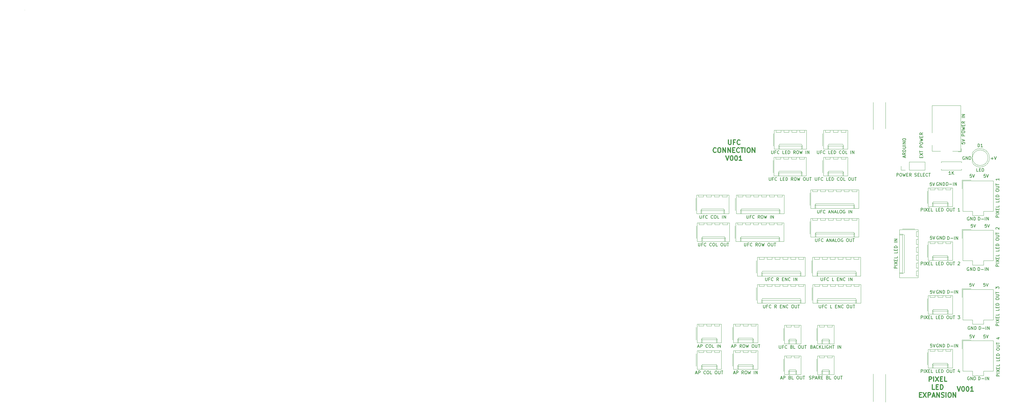
<source format=gbr>
G04 #@! TF.GenerationSoftware,KiCad,Pcbnew,(5.1.5-0-10_14)*
G04 #@! TF.CreationDate,2021-11-28T13:41:55+10:00*
G04 #@! TF.ProjectId,UFC - General Purpose Small PCB,55464320-2d20-4476-956e-6572616c2050,rev?*
G04 #@! TF.SameCoordinates,Original*
G04 #@! TF.FileFunction,Legend,Top*
G04 #@! TF.FilePolarity,Positive*
%FSLAX46Y46*%
G04 Gerber Fmt 4.6, Leading zero omitted, Abs format (unit mm)*
G04 Created by KiCad (PCBNEW (5.1.5-0-10_14)) date 2021-11-28 13:41:55*
%MOMM*%
%LPD*%
G04 APERTURE LIST*
%ADD10C,0.150000*%
%ADD11C,0.120000*%
%ADD12C,0.300000*%
G04 APERTURE END LIST*
D10*
X126809595Y-57856500D02*
X126714357Y-57808880D01*
X126571500Y-57808880D01*
X126428642Y-57856500D01*
X126333404Y-57951738D01*
X126285785Y-58046976D01*
X126238166Y-58237452D01*
X126238166Y-58380309D01*
X126285785Y-58570785D01*
X126333404Y-58666023D01*
X126428642Y-58761261D01*
X126571500Y-58808880D01*
X126666738Y-58808880D01*
X126809595Y-58761261D01*
X126857214Y-58713642D01*
X126857214Y-58380309D01*
X126666738Y-58380309D01*
X127285785Y-58808880D02*
X127285785Y-57808880D01*
X127857214Y-58808880D01*
X127857214Y-57808880D01*
X128333404Y-58808880D02*
X128333404Y-57808880D01*
X128571500Y-57808880D01*
X128714357Y-57856500D01*
X128809595Y-57951738D01*
X128857214Y-58046976D01*
X128904833Y-58237452D01*
X128904833Y-58380309D01*
X128857214Y-58570785D01*
X128809595Y-58666023D01*
X128714357Y-58761261D01*
X128571500Y-58808880D01*
X128333404Y-58808880D01*
X135334476Y-58427928D02*
X136096380Y-58427928D01*
X135715428Y-58808880D02*
X135715428Y-58046976D01*
X136429714Y-57808880D02*
X136763047Y-58808880D01*
X137096380Y-57808880D01*
X131262642Y-78366880D02*
X131262642Y-77366880D01*
X131500738Y-77366880D01*
X131643595Y-77414500D01*
X131738833Y-77509738D01*
X131786452Y-77604976D01*
X131834071Y-77795452D01*
X131834071Y-77938309D01*
X131786452Y-78128785D01*
X131738833Y-78224023D01*
X131643595Y-78319261D01*
X131500738Y-78366880D01*
X131262642Y-78366880D01*
X132262642Y-77985928D02*
X133024547Y-77985928D01*
X133500738Y-78366880D02*
X133500738Y-77366880D01*
X133976928Y-78366880D02*
X133976928Y-77366880D01*
X134548357Y-78366880D01*
X134548357Y-77366880D01*
X128270095Y-77414500D02*
X128174857Y-77366880D01*
X128032000Y-77366880D01*
X127889142Y-77414500D01*
X127793904Y-77509738D01*
X127746285Y-77604976D01*
X127698666Y-77795452D01*
X127698666Y-77938309D01*
X127746285Y-78128785D01*
X127793904Y-78224023D01*
X127889142Y-78319261D01*
X128032000Y-78366880D01*
X128127238Y-78366880D01*
X128270095Y-78319261D01*
X128317714Y-78271642D01*
X128317714Y-77938309D01*
X128127238Y-77938309D01*
X128746285Y-78366880D02*
X128746285Y-77366880D01*
X129317714Y-78366880D01*
X129317714Y-77366880D01*
X129793904Y-78366880D02*
X129793904Y-77366880D01*
X130032000Y-77366880D01*
X130174857Y-77414500D01*
X130270095Y-77509738D01*
X130317714Y-77604976D01*
X130365333Y-77795452D01*
X130365333Y-77938309D01*
X130317714Y-78128785D01*
X130270095Y-78224023D01*
X130174857Y-78319261D01*
X130032000Y-78366880D01*
X129793904Y-78366880D01*
X131199142Y-94622880D02*
X131199142Y-93622880D01*
X131437238Y-93622880D01*
X131580095Y-93670500D01*
X131675333Y-93765738D01*
X131722952Y-93860976D01*
X131770571Y-94051452D01*
X131770571Y-94194309D01*
X131722952Y-94384785D01*
X131675333Y-94480023D01*
X131580095Y-94575261D01*
X131437238Y-94622880D01*
X131199142Y-94622880D01*
X132199142Y-94241928D02*
X132961047Y-94241928D01*
X133437238Y-94622880D02*
X133437238Y-93622880D01*
X133913428Y-94622880D02*
X133913428Y-93622880D01*
X134484857Y-94622880D01*
X134484857Y-93622880D01*
X128206595Y-93670500D02*
X128111357Y-93622880D01*
X127968500Y-93622880D01*
X127825642Y-93670500D01*
X127730404Y-93765738D01*
X127682785Y-93860976D01*
X127635166Y-94051452D01*
X127635166Y-94194309D01*
X127682785Y-94384785D01*
X127730404Y-94480023D01*
X127825642Y-94575261D01*
X127968500Y-94622880D01*
X128063738Y-94622880D01*
X128206595Y-94575261D01*
X128254214Y-94527642D01*
X128254214Y-94194309D01*
X128063738Y-94194309D01*
X128682785Y-94622880D02*
X128682785Y-93622880D01*
X129254214Y-94622880D01*
X129254214Y-93622880D01*
X129730404Y-94622880D02*
X129730404Y-93622880D01*
X129968500Y-93622880D01*
X130111357Y-93670500D01*
X130206595Y-93765738D01*
X130254214Y-93860976D01*
X130301833Y-94051452D01*
X130301833Y-94194309D01*
X130254214Y-94384785D01*
X130206595Y-94480023D01*
X130111357Y-94575261D01*
X129968500Y-94622880D01*
X129730404Y-94622880D01*
X128333595Y-128913000D02*
X128238357Y-128865380D01*
X128095500Y-128865380D01*
X127952642Y-128913000D01*
X127857404Y-129008238D01*
X127809785Y-129103476D01*
X127762166Y-129293952D01*
X127762166Y-129436809D01*
X127809785Y-129627285D01*
X127857404Y-129722523D01*
X127952642Y-129817761D01*
X128095500Y-129865380D01*
X128190738Y-129865380D01*
X128333595Y-129817761D01*
X128381214Y-129770142D01*
X128381214Y-129436809D01*
X128190738Y-129436809D01*
X128809785Y-129865380D02*
X128809785Y-128865380D01*
X129381214Y-129865380D01*
X129381214Y-128865380D01*
X129857404Y-129865380D02*
X129857404Y-128865380D01*
X130095500Y-128865380D01*
X130238357Y-128913000D01*
X130333595Y-129008238D01*
X130381214Y-129103476D01*
X130428833Y-129293952D01*
X130428833Y-129436809D01*
X130381214Y-129627285D01*
X130333595Y-129722523D01*
X130238357Y-129817761D01*
X130095500Y-129865380D01*
X129857404Y-129865380D01*
X131326142Y-129865380D02*
X131326142Y-128865380D01*
X131564238Y-128865380D01*
X131707095Y-128913000D01*
X131802333Y-129008238D01*
X131849952Y-129103476D01*
X131897571Y-129293952D01*
X131897571Y-129436809D01*
X131849952Y-129627285D01*
X131802333Y-129722523D01*
X131707095Y-129817761D01*
X131564238Y-129865380D01*
X131326142Y-129865380D01*
X132326142Y-129484428D02*
X133088047Y-129484428D01*
X133564238Y-129865380D02*
X133564238Y-128865380D01*
X134040428Y-129865380D02*
X134040428Y-128865380D01*
X134611857Y-129865380D01*
X134611857Y-128865380D01*
X131516642Y-113609380D02*
X131516642Y-112609380D01*
X131754738Y-112609380D01*
X131897595Y-112657000D01*
X131992833Y-112752238D01*
X132040452Y-112847476D01*
X132088071Y-113037952D01*
X132088071Y-113180809D01*
X132040452Y-113371285D01*
X131992833Y-113466523D01*
X131897595Y-113561761D01*
X131754738Y-113609380D01*
X131516642Y-113609380D01*
X132516642Y-113228428D02*
X133278547Y-113228428D01*
X133754738Y-113609380D02*
X133754738Y-112609380D01*
X134230928Y-113609380D02*
X134230928Y-112609380D01*
X134802357Y-113609380D01*
X134802357Y-112609380D01*
X128524095Y-112657000D02*
X128428857Y-112609380D01*
X128286000Y-112609380D01*
X128143142Y-112657000D01*
X128047904Y-112752238D01*
X128000285Y-112847476D01*
X127952666Y-113037952D01*
X127952666Y-113180809D01*
X128000285Y-113371285D01*
X128047904Y-113466523D01*
X128143142Y-113561761D01*
X128286000Y-113609380D01*
X128381238Y-113609380D01*
X128524095Y-113561761D01*
X128571714Y-113514142D01*
X128571714Y-113180809D01*
X128381238Y-113180809D01*
X129000285Y-113609380D02*
X129000285Y-112609380D01*
X129571714Y-113609380D01*
X129571714Y-112609380D01*
X130047904Y-113609380D02*
X130047904Y-112609380D01*
X130286000Y-112609380D01*
X130428857Y-112657000D01*
X130524095Y-112752238D01*
X130571714Y-112847476D01*
X130619333Y-113037952D01*
X130619333Y-113180809D01*
X130571714Y-113371285D01*
X130524095Y-113466523D01*
X130428857Y-113561761D01*
X130286000Y-113609380D01*
X130047904Y-113609380D01*
X121356642Y-119324380D02*
X121356642Y-118324380D01*
X121594738Y-118324380D01*
X121737595Y-118372000D01*
X121832833Y-118467238D01*
X121880452Y-118562476D01*
X121928071Y-118752952D01*
X121928071Y-118895809D01*
X121880452Y-119086285D01*
X121832833Y-119181523D01*
X121737595Y-119276761D01*
X121594738Y-119324380D01*
X121356642Y-119324380D01*
X122356642Y-118943428D02*
X123118547Y-118943428D01*
X123594738Y-119324380D02*
X123594738Y-118324380D01*
X124070928Y-119324380D02*
X124070928Y-118324380D01*
X124642357Y-119324380D01*
X124642357Y-118324380D01*
X121356642Y-101925380D02*
X121356642Y-100925380D01*
X121594738Y-100925380D01*
X121737595Y-100973000D01*
X121832833Y-101068238D01*
X121880452Y-101163476D01*
X121928071Y-101353952D01*
X121928071Y-101496809D01*
X121880452Y-101687285D01*
X121832833Y-101782523D01*
X121737595Y-101877761D01*
X121594738Y-101925380D01*
X121356642Y-101925380D01*
X122356642Y-101544428D02*
X123118547Y-101544428D01*
X123594738Y-101925380D02*
X123594738Y-100925380D01*
X124070928Y-101925380D02*
X124070928Y-100925380D01*
X124642357Y-101925380D01*
X124642357Y-100925380D01*
X121356642Y-84589880D02*
X121356642Y-83589880D01*
X121594738Y-83589880D01*
X121737595Y-83637500D01*
X121832833Y-83732738D01*
X121880452Y-83827976D01*
X121928071Y-84018452D01*
X121928071Y-84161309D01*
X121880452Y-84351785D01*
X121832833Y-84447023D01*
X121737595Y-84542261D01*
X121594738Y-84589880D01*
X121356642Y-84589880D01*
X122356642Y-84208928D02*
X123118547Y-84208928D01*
X123594738Y-84589880D02*
X123594738Y-83589880D01*
X124070928Y-84589880D02*
X124070928Y-83589880D01*
X124642357Y-84589880D01*
X124642357Y-83589880D01*
X120975642Y-67127380D02*
X120975642Y-66127380D01*
X121213738Y-66127380D01*
X121356595Y-66175000D01*
X121451833Y-66270238D01*
X121499452Y-66365476D01*
X121547071Y-66555952D01*
X121547071Y-66698809D01*
X121499452Y-66889285D01*
X121451833Y-66984523D01*
X121356595Y-67079761D01*
X121213738Y-67127380D01*
X120975642Y-67127380D01*
X121975642Y-66746428D02*
X122737547Y-66746428D01*
X123213738Y-67127380D02*
X123213738Y-66127380D01*
X123689928Y-67127380D02*
X123689928Y-66127380D01*
X124261357Y-67127380D01*
X124261357Y-66127380D01*
X118364095Y-66238500D02*
X118268857Y-66190880D01*
X118126000Y-66190880D01*
X117983142Y-66238500D01*
X117887904Y-66333738D01*
X117840285Y-66428976D01*
X117792666Y-66619452D01*
X117792666Y-66762309D01*
X117840285Y-66952785D01*
X117887904Y-67048023D01*
X117983142Y-67143261D01*
X118126000Y-67190880D01*
X118221238Y-67190880D01*
X118364095Y-67143261D01*
X118411714Y-67095642D01*
X118411714Y-66762309D01*
X118221238Y-66762309D01*
X118840285Y-67190880D02*
X118840285Y-66190880D01*
X119411714Y-67190880D01*
X119411714Y-66190880D01*
X119887904Y-67190880D02*
X119887904Y-66190880D01*
X120126000Y-66190880D01*
X120268857Y-66238500D01*
X120364095Y-66333738D01*
X120411714Y-66428976D01*
X120459333Y-66619452D01*
X120459333Y-66762309D01*
X120411714Y-66952785D01*
X120364095Y-67048023D01*
X120268857Y-67143261D01*
X120126000Y-67190880D01*
X119887904Y-67190880D01*
X118427595Y-83574000D02*
X118332357Y-83526380D01*
X118189500Y-83526380D01*
X118046642Y-83574000D01*
X117951404Y-83669238D01*
X117903785Y-83764476D01*
X117856166Y-83954952D01*
X117856166Y-84097809D01*
X117903785Y-84288285D01*
X117951404Y-84383523D01*
X118046642Y-84478761D01*
X118189500Y-84526380D01*
X118284738Y-84526380D01*
X118427595Y-84478761D01*
X118475214Y-84431142D01*
X118475214Y-84097809D01*
X118284738Y-84097809D01*
X118903785Y-84526380D02*
X118903785Y-83526380D01*
X119475214Y-84526380D01*
X119475214Y-83526380D01*
X119951404Y-84526380D02*
X119951404Y-83526380D01*
X120189500Y-83526380D01*
X120332357Y-83574000D01*
X120427595Y-83669238D01*
X120475214Y-83764476D01*
X120522833Y-83954952D01*
X120522833Y-84097809D01*
X120475214Y-84288285D01*
X120427595Y-84383523D01*
X120332357Y-84478761D01*
X120189500Y-84526380D01*
X119951404Y-84526380D01*
X118364095Y-101036500D02*
X118268857Y-100988880D01*
X118126000Y-100988880D01*
X117983142Y-101036500D01*
X117887904Y-101131738D01*
X117840285Y-101226976D01*
X117792666Y-101417452D01*
X117792666Y-101560309D01*
X117840285Y-101750785D01*
X117887904Y-101846023D01*
X117983142Y-101941261D01*
X118126000Y-101988880D01*
X118221238Y-101988880D01*
X118364095Y-101941261D01*
X118411714Y-101893642D01*
X118411714Y-101560309D01*
X118221238Y-101560309D01*
X118840285Y-101988880D02*
X118840285Y-100988880D01*
X119411714Y-101988880D01*
X119411714Y-100988880D01*
X119887904Y-101988880D02*
X119887904Y-100988880D01*
X120126000Y-100988880D01*
X120268857Y-101036500D01*
X120364095Y-101131738D01*
X120411714Y-101226976D01*
X120459333Y-101417452D01*
X120459333Y-101560309D01*
X120411714Y-101750785D01*
X120364095Y-101846023D01*
X120268857Y-101941261D01*
X120126000Y-101988880D01*
X119887904Y-101988880D01*
X118364095Y-118372000D02*
X118268857Y-118324380D01*
X118126000Y-118324380D01*
X117983142Y-118372000D01*
X117887904Y-118467238D01*
X117840285Y-118562476D01*
X117792666Y-118752952D01*
X117792666Y-118895809D01*
X117840285Y-119086285D01*
X117887904Y-119181523D01*
X117983142Y-119276761D01*
X118126000Y-119324380D01*
X118221238Y-119324380D01*
X118364095Y-119276761D01*
X118411714Y-119229142D01*
X118411714Y-118895809D01*
X118221238Y-118895809D01*
X118840285Y-119324380D02*
X118840285Y-118324380D01*
X119411714Y-119324380D01*
X119411714Y-118324380D01*
X119887904Y-119324380D02*
X119887904Y-118324380D01*
X120126000Y-118324380D01*
X120268857Y-118372000D01*
X120364095Y-118467238D01*
X120411714Y-118562476D01*
X120459333Y-118752952D01*
X120459333Y-118895809D01*
X120411714Y-119086285D01*
X120364095Y-119181523D01*
X120268857Y-119276761D01*
X120126000Y-119324380D01*
X119887904Y-119324380D01*
X116344723Y-118324380D02*
X115868533Y-118324380D01*
X115820914Y-118800571D01*
X115868533Y-118752952D01*
X115963771Y-118705333D01*
X116201866Y-118705333D01*
X116297104Y-118752952D01*
X116344723Y-118800571D01*
X116392342Y-118895809D01*
X116392342Y-119133904D01*
X116344723Y-119229142D01*
X116297104Y-119276761D01*
X116201866Y-119324380D01*
X115963771Y-119324380D01*
X115868533Y-119276761D01*
X115820914Y-119229142D01*
X116678057Y-118324380D02*
X117011390Y-119324380D01*
X117344723Y-118324380D01*
X116293923Y-101001580D02*
X115817733Y-101001580D01*
X115770114Y-101477771D01*
X115817733Y-101430152D01*
X115912971Y-101382533D01*
X116151066Y-101382533D01*
X116246304Y-101430152D01*
X116293923Y-101477771D01*
X116341542Y-101573009D01*
X116341542Y-101811104D01*
X116293923Y-101906342D01*
X116246304Y-101953961D01*
X116151066Y-102001580D01*
X115912971Y-102001580D01*
X115817733Y-101953961D01*
X115770114Y-101906342D01*
X116627257Y-101001580D02*
X116960590Y-102001580D01*
X117293923Y-101001580D01*
X116243123Y-66254380D02*
X115766933Y-66254380D01*
X115719314Y-66730571D01*
X115766933Y-66682952D01*
X115862171Y-66635333D01*
X116100266Y-66635333D01*
X116195504Y-66682952D01*
X116243123Y-66730571D01*
X116290742Y-66825809D01*
X116290742Y-67063904D01*
X116243123Y-67159142D01*
X116195504Y-67206761D01*
X116100266Y-67254380D01*
X115862171Y-67254380D01*
X115766933Y-67206761D01*
X115719314Y-67159142D01*
X116576457Y-66254380D02*
X116909790Y-67254380D01*
X117243123Y-66254380D01*
X116293923Y-83526380D02*
X115817733Y-83526380D01*
X115770114Y-84002571D01*
X115817733Y-83954952D01*
X115912971Y-83907333D01*
X116151066Y-83907333D01*
X116246304Y-83954952D01*
X116293923Y-84002571D01*
X116341542Y-84097809D01*
X116341542Y-84335904D01*
X116293923Y-84431142D01*
X116246304Y-84478761D01*
X116151066Y-84526380D01*
X115912971Y-84526380D01*
X115817733Y-84478761D01*
X115770114Y-84431142D01*
X116627257Y-83526380D02*
X116960590Y-84526380D01*
X117293923Y-83526380D01*
X133515123Y-115377980D02*
X133038933Y-115377980D01*
X132991314Y-115854171D01*
X133038933Y-115806552D01*
X133134171Y-115758933D01*
X133372266Y-115758933D01*
X133467504Y-115806552D01*
X133515123Y-115854171D01*
X133562742Y-115949409D01*
X133562742Y-116187504D01*
X133515123Y-116282742D01*
X133467504Y-116330361D01*
X133372266Y-116377980D01*
X133134171Y-116377980D01*
X133038933Y-116330361D01*
X132991314Y-116282742D01*
X133848457Y-115377980D02*
X134181790Y-116377980D01*
X134515123Y-115377980D01*
X129044723Y-115377980D02*
X128568533Y-115377980D01*
X128520914Y-115854171D01*
X128568533Y-115806552D01*
X128663771Y-115758933D01*
X128901866Y-115758933D01*
X128997104Y-115806552D01*
X129044723Y-115854171D01*
X129092342Y-115949409D01*
X129092342Y-116187504D01*
X129044723Y-116282742D01*
X128997104Y-116330361D01*
X128901866Y-116377980D01*
X128663771Y-116377980D01*
X128568533Y-116330361D01*
X128520914Y-116282742D01*
X129378057Y-115377980D02*
X129711390Y-116377980D01*
X130044723Y-115377980D01*
X133464323Y-98715580D02*
X132988133Y-98715580D01*
X132940514Y-99191771D01*
X132988133Y-99144152D01*
X133083371Y-99096533D01*
X133321466Y-99096533D01*
X133416704Y-99144152D01*
X133464323Y-99191771D01*
X133511942Y-99287009D01*
X133511942Y-99525104D01*
X133464323Y-99620342D01*
X133416704Y-99667961D01*
X133321466Y-99715580D01*
X133083371Y-99715580D01*
X132988133Y-99667961D01*
X132940514Y-99620342D01*
X133797657Y-98715580D02*
X134130990Y-99715580D01*
X134464323Y-98715580D01*
X128993923Y-98715580D02*
X128517733Y-98715580D01*
X128470114Y-99191771D01*
X128517733Y-99144152D01*
X128612971Y-99096533D01*
X128851066Y-99096533D01*
X128946304Y-99144152D01*
X128993923Y-99191771D01*
X129041542Y-99287009D01*
X129041542Y-99525104D01*
X128993923Y-99620342D01*
X128946304Y-99667961D01*
X128851066Y-99715580D01*
X128612971Y-99715580D01*
X128517733Y-99667961D01*
X128470114Y-99620342D01*
X129327257Y-98715580D02*
X129660590Y-99715580D01*
X129993923Y-98715580D01*
X129451123Y-79665580D02*
X128974933Y-79665580D01*
X128927314Y-80141771D01*
X128974933Y-80094152D01*
X129070171Y-80046533D01*
X129308266Y-80046533D01*
X129403504Y-80094152D01*
X129451123Y-80141771D01*
X129498742Y-80237009D01*
X129498742Y-80475104D01*
X129451123Y-80570342D01*
X129403504Y-80617961D01*
X129308266Y-80665580D01*
X129070171Y-80665580D01*
X128974933Y-80617961D01*
X128927314Y-80570342D01*
X129784457Y-79665580D02*
X130117790Y-80665580D01*
X130451123Y-79665580D01*
X133921523Y-79665580D02*
X133445333Y-79665580D01*
X133397714Y-80141771D01*
X133445333Y-80094152D01*
X133540571Y-80046533D01*
X133778666Y-80046533D01*
X133873904Y-80094152D01*
X133921523Y-80141771D01*
X133969142Y-80237009D01*
X133969142Y-80475104D01*
X133921523Y-80570342D01*
X133873904Y-80617961D01*
X133778666Y-80665580D01*
X133540571Y-80665580D01*
X133445333Y-80617961D01*
X133397714Y-80570342D01*
X134254857Y-79665580D02*
X134588190Y-80665580D01*
X134921523Y-79665580D01*
X133565923Y-63561980D02*
X133089733Y-63561980D01*
X133042114Y-64038171D01*
X133089733Y-63990552D01*
X133184971Y-63942933D01*
X133423066Y-63942933D01*
X133518304Y-63990552D01*
X133565923Y-64038171D01*
X133613542Y-64133409D01*
X133613542Y-64371504D01*
X133565923Y-64466742D01*
X133518304Y-64514361D01*
X133423066Y-64561980D01*
X133184971Y-64561980D01*
X133089733Y-64514361D01*
X133042114Y-64466742D01*
X133899257Y-63561980D02*
X134232590Y-64561980D01*
X134565923Y-63561980D01*
X129095523Y-63561980D02*
X128619333Y-63561980D01*
X128571714Y-64038171D01*
X128619333Y-63990552D01*
X128714571Y-63942933D01*
X128952666Y-63942933D01*
X129047904Y-63990552D01*
X129095523Y-64038171D01*
X129143142Y-64133409D01*
X129143142Y-64371504D01*
X129095523Y-64466742D01*
X129047904Y-64514361D01*
X128952666Y-64561980D01*
X128714571Y-64561980D01*
X128619333Y-64514361D01*
X128571714Y-64466742D01*
X129428857Y-63561980D02*
X129762190Y-64561980D01*
X130095523Y-63561980D01*
D11*
X101396800Y-128066800D02*
X101396800Y-137007600D01*
X97434400Y-127914400D02*
X97434400Y-136855200D01*
X97434400Y-49072800D02*
X97434400Y-40284400D01*
X101396800Y-48818800D02*
X101396800Y-40284400D01*
D12*
X124509542Y-132020571D02*
X125009542Y-133520571D01*
X125509542Y-132020571D01*
X126295257Y-132020571D02*
X126438114Y-132020571D01*
X126580971Y-132092000D01*
X126652400Y-132163428D01*
X126723828Y-132306285D01*
X126795257Y-132592000D01*
X126795257Y-132949142D01*
X126723828Y-133234857D01*
X126652400Y-133377714D01*
X126580971Y-133449142D01*
X126438114Y-133520571D01*
X126295257Y-133520571D01*
X126152400Y-133449142D01*
X126080971Y-133377714D01*
X126009542Y-133234857D01*
X125938114Y-132949142D01*
X125938114Y-132592000D01*
X126009542Y-132306285D01*
X126080971Y-132163428D01*
X126152400Y-132092000D01*
X126295257Y-132020571D01*
X127723828Y-132020571D02*
X127866685Y-132020571D01*
X128009542Y-132092000D01*
X128080971Y-132163428D01*
X128152400Y-132306285D01*
X128223828Y-132592000D01*
X128223828Y-132949142D01*
X128152400Y-133234857D01*
X128080971Y-133377714D01*
X128009542Y-133449142D01*
X127866685Y-133520571D01*
X127723828Y-133520571D01*
X127580971Y-133449142D01*
X127509542Y-133377714D01*
X127438114Y-133234857D01*
X127366685Y-132949142D01*
X127366685Y-132592000D01*
X127438114Y-132306285D01*
X127509542Y-132163428D01*
X127580971Y-132092000D01*
X127723828Y-132020571D01*
X129652400Y-133520571D02*
X128795257Y-133520571D01*
X129223828Y-133520571D02*
X129223828Y-132020571D01*
X129080971Y-132234857D01*
X128938114Y-132377714D01*
X128795257Y-132449142D01*
X115410800Y-130360971D02*
X115410800Y-128860971D01*
X115982228Y-128860971D01*
X116125085Y-128932400D01*
X116196514Y-129003828D01*
X116267942Y-129146685D01*
X116267942Y-129360971D01*
X116196514Y-129503828D01*
X116125085Y-129575257D01*
X115982228Y-129646685D01*
X115410800Y-129646685D01*
X116910800Y-130360971D02*
X116910800Y-128860971D01*
X117482228Y-128860971D02*
X118482228Y-130360971D01*
X118482228Y-128860971D02*
X117482228Y-130360971D01*
X119053657Y-129575257D02*
X119553657Y-129575257D01*
X119767942Y-130360971D02*
X119053657Y-130360971D01*
X119053657Y-128860971D01*
X119767942Y-128860971D01*
X121125085Y-130360971D02*
X120410800Y-130360971D01*
X120410800Y-128860971D01*
X117196514Y-132910971D02*
X116482228Y-132910971D01*
X116482228Y-131410971D01*
X117696514Y-132125257D02*
X118196514Y-132125257D01*
X118410800Y-132910971D02*
X117696514Y-132910971D01*
X117696514Y-131410971D01*
X118410800Y-131410971D01*
X119053657Y-132910971D02*
X119053657Y-131410971D01*
X119410800Y-131410971D01*
X119625085Y-131482400D01*
X119767942Y-131625257D01*
X119839371Y-131768114D01*
X119910800Y-132053828D01*
X119910800Y-132268114D01*
X119839371Y-132553828D01*
X119767942Y-132696685D01*
X119625085Y-132839542D01*
X119410800Y-132910971D01*
X119053657Y-132910971D01*
X112303657Y-134675257D02*
X112803657Y-134675257D01*
X113017942Y-135460971D02*
X112303657Y-135460971D01*
X112303657Y-133960971D01*
X113017942Y-133960971D01*
X113517942Y-133960971D02*
X114517942Y-135460971D01*
X114517942Y-133960971D02*
X113517942Y-135460971D01*
X115089371Y-135460971D02*
X115089371Y-133960971D01*
X115660800Y-133960971D01*
X115803657Y-134032400D01*
X115875085Y-134103828D01*
X115946514Y-134246685D01*
X115946514Y-134460971D01*
X115875085Y-134603828D01*
X115803657Y-134675257D01*
X115660800Y-134746685D01*
X115089371Y-134746685D01*
X116517942Y-135032400D02*
X117232228Y-135032400D01*
X116375085Y-135460971D02*
X116875085Y-133960971D01*
X117375085Y-135460971D01*
X117875085Y-135460971D02*
X117875085Y-133960971D01*
X118732228Y-135460971D01*
X118732228Y-133960971D01*
X119375085Y-135389542D02*
X119589371Y-135460971D01*
X119946514Y-135460971D01*
X120089371Y-135389542D01*
X120160800Y-135318114D01*
X120232228Y-135175257D01*
X120232228Y-135032400D01*
X120160800Y-134889542D01*
X120089371Y-134818114D01*
X119946514Y-134746685D01*
X119660800Y-134675257D01*
X119517942Y-134603828D01*
X119446514Y-134532400D01*
X119375085Y-134389542D01*
X119375085Y-134246685D01*
X119446514Y-134103828D01*
X119517942Y-134032400D01*
X119660800Y-133960971D01*
X120017942Y-133960971D01*
X120232228Y-134032400D01*
X120875085Y-135460971D02*
X120875085Y-133960971D01*
X121875085Y-133960971D02*
X122160800Y-133960971D01*
X122303657Y-134032400D01*
X122446514Y-134175257D01*
X122517942Y-134460971D01*
X122517942Y-134960971D01*
X122446514Y-135246685D01*
X122303657Y-135389542D01*
X122160800Y-135460971D01*
X121875085Y-135460971D01*
X121732228Y-135389542D01*
X121589371Y-135246685D01*
X121517942Y-134960971D01*
X121517942Y-134460971D01*
X121589371Y-134175257D01*
X121732228Y-134032400D01*
X121875085Y-133960971D01*
X123160800Y-135460971D02*
X123160800Y-133960971D01*
X124017942Y-135460971D01*
X124017942Y-133960971D01*
D10*
X112856971Y-58203600D02*
X112856971Y-57870266D01*
X113380780Y-57727409D02*
X113380780Y-58203600D01*
X112380780Y-58203600D01*
X112380780Y-57727409D01*
X112380780Y-57394076D02*
X113380780Y-56727409D01*
X112380780Y-56727409D02*
X113380780Y-57394076D01*
X112380780Y-56489314D02*
X112380780Y-55917885D01*
X113380780Y-56203600D02*
X112380780Y-56203600D01*
X113380780Y-54822647D02*
X112380780Y-54822647D01*
X112380780Y-54441695D01*
X112428400Y-54346457D01*
X112476019Y-54298838D01*
X112571257Y-54251219D01*
X112714114Y-54251219D01*
X112809352Y-54298838D01*
X112856971Y-54346457D01*
X112904590Y-54441695D01*
X112904590Y-54822647D01*
X112380780Y-53632171D02*
X112380780Y-53441695D01*
X112428400Y-53346457D01*
X112523638Y-53251219D01*
X112714114Y-53203600D01*
X113047447Y-53203600D01*
X113237923Y-53251219D01*
X113333161Y-53346457D01*
X113380780Y-53441695D01*
X113380780Y-53632171D01*
X113333161Y-53727409D01*
X113237923Y-53822647D01*
X113047447Y-53870266D01*
X112714114Y-53870266D01*
X112523638Y-53822647D01*
X112428400Y-53727409D01*
X112380780Y-53632171D01*
X112380780Y-52870266D02*
X113380780Y-52632171D01*
X112666495Y-52441695D01*
X113380780Y-52251219D01*
X112380780Y-52013123D01*
X112856971Y-51632171D02*
X112856971Y-51298838D01*
X113380780Y-51155980D02*
X113380780Y-51632171D01*
X112380780Y-51632171D01*
X112380780Y-51155980D01*
X113380780Y-50155980D02*
X112904590Y-50489314D01*
X113380780Y-50727409D02*
X112380780Y-50727409D01*
X112380780Y-50346457D01*
X112428400Y-50251219D01*
X112476019Y-50203600D01*
X112571257Y-50155980D01*
X112714114Y-50155980D01*
X112809352Y-50203600D01*
X112856971Y-50251219D01*
X112904590Y-50346457D01*
X112904590Y-50727409D01*
X107608666Y-58064019D02*
X107608666Y-57587828D01*
X107894380Y-58159257D02*
X106894380Y-57825923D01*
X107894380Y-57492590D01*
X107894380Y-56587828D02*
X107418190Y-56921161D01*
X107894380Y-57159257D02*
X106894380Y-57159257D01*
X106894380Y-56778304D01*
X106942000Y-56683066D01*
X106989619Y-56635447D01*
X107084857Y-56587828D01*
X107227714Y-56587828D01*
X107322952Y-56635447D01*
X107370571Y-56683066D01*
X107418190Y-56778304D01*
X107418190Y-57159257D01*
X107894380Y-56159257D02*
X106894380Y-56159257D01*
X106894380Y-55921161D01*
X106942000Y-55778304D01*
X107037238Y-55683066D01*
X107132476Y-55635447D01*
X107322952Y-55587828D01*
X107465809Y-55587828D01*
X107656285Y-55635447D01*
X107751523Y-55683066D01*
X107846761Y-55778304D01*
X107894380Y-55921161D01*
X107894380Y-56159257D01*
X106894380Y-55159257D02*
X107703904Y-55159257D01*
X107799142Y-55111638D01*
X107846761Y-55064019D01*
X107894380Y-54968780D01*
X107894380Y-54778304D01*
X107846761Y-54683066D01*
X107799142Y-54635447D01*
X107703904Y-54587828D01*
X106894380Y-54587828D01*
X107894380Y-54111638D02*
X106894380Y-54111638D01*
X107894380Y-53635447D02*
X106894380Y-53635447D01*
X107894380Y-53064019D01*
X106894380Y-53064019D01*
X106894380Y-52397352D02*
X106894380Y-52206876D01*
X106942000Y-52111638D01*
X107037238Y-52016400D01*
X107227714Y-51968780D01*
X107561047Y-51968780D01*
X107751523Y-52016400D01*
X107846761Y-52111638D01*
X107894380Y-52206876D01*
X107894380Y-52397352D01*
X107846761Y-52492590D01*
X107751523Y-52587828D01*
X107561047Y-52635447D01*
X107227714Y-52635447D01*
X107037238Y-52587828D01*
X106942000Y-52492590D01*
X106894380Y-52397352D01*
D11*
X-176033000Y-10539000D02*
X-176033000Y-10539000D01*
D12*
X50756571Y-52457771D02*
X50756571Y-53672057D01*
X50828000Y-53814914D01*
X50899428Y-53886342D01*
X51042285Y-53957771D01*
X51328000Y-53957771D01*
X51470857Y-53886342D01*
X51542285Y-53814914D01*
X51613714Y-53672057D01*
X51613714Y-52457771D01*
X52828000Y-53172057D02*
X52328000Y-53172057D01*
X52328000Y-53957771D02*
X52328000Y-52457771D01*
X53042285Y-52457771D01*
X54470857Y-53814914D02*
X54399428Y-53886342D01*
X54185142Y-53957771D01*
X54042285Y-53957771D01*
X53828000Y-53886342D01*
X53685142Y-53743485D01*
X53613714Y-53600628D01*
X53542285Y-53314914D01*
X53542285Y-53100628D01*
X53613714Y-52814914D01*
X53685142Y-52672057D01*
X53828000Y-52529200D01*
X54042285Y-52457771D01*
X54185142Y-52457771D01*
X54399428Y-52529200D01*
X54470857Y-52600628D01*
X46756571Y-56364914D02*
X46685142Y-56436342D01*
X46470857Y-56507771D01*
X46328000Y-56507771D01*
X46113714Y-56436342D01*
X45970857Y-56293485D01*
X45899428Y-56150628D01*
X45828000Y-55864914D01*
X45828000Y-55650628D01*
X45899428Y-55364914D01*
X45970857Y-55222057D01*
X46113714Y-55079200D01*
X46328000Y-55007771D01*
X46470857Y-55007771D01*
X46685142Y-55079200D01*
X46756571Y-55150628D01*
X47685142Y-55007771D02*
X47970857Y-55007771D01*
X48113714Y-55079200D01*
X48256571Y-55222057D01*
X48328000Y-55507771D01*
X48328000Y-56007771D01*
X48256571Y-56293485D01*
X48113714Y-56436342D01*
X47970857Y-56507771D01*
X47685142Y-56507771D01*
X47542285Y-56436342D01*
X47399428Y-56293485D01*
X47328000Y-56007771D01*
X47328000Y-55507771D01*
X47399428Y-55222057D01*
X47542285Y-55079200D01*
X47685142Y-55007771D01*
X48970857Y-56507771D02*
X48970857Y-55007771D01*
X49828000Y-56507771D01*
X49828000Y-55007771D01*
X50542285Y-56507771D02*
X50542285Y-55007771D01*
X51399428Y-56507771D01*
X51399428Y-55007771D01*
X52113714Y-55722057D02*
X52613714Y-55722057D01*
X52828000Y-56507771D02*
X52113714Y-56507771D01*
X52113714Y-55007771D01*
X52828000Y-55007771D01*
X54328000Y-56364914D02*
X54256571Y-56436342D01*
X54042285Y-56507771D01*
X53899428Y-56507771D01*
X53685142Y-56436342D01*
X53542285Y-56293485D01*
X53470857Y-56150628D01*
X53399428Y-55864914D01*
X53399428Y-55650628D01*
X53470857Y-55364914D01*
X53542285Y-55222057D01*
X53685142Y-55079200D01*
X53899428Y-55007771D01*
X54042285Y-55007771D01*
X54256571Y-55079200D01*
X54328000Y-55150628D01*
X54756571Y-55007771D02*
X55613714Y-55007771D01*
X55185142Y-56507771D02*
X55185142Y-55007771D01*
X56113714Y-56507771D02*
X56113714Y-55007771D01*
X57113714Y-55007771D02*
X57399428Y-55007771D01*
X57542285Y-55079200D01*
X57685142Y-55222057D01*
X57756571Y-55507771D01*
X57756571Y-56007771D01*
X57685142Y-56293485D01*
X57542285Y-56436342D01*
X57399428Y-56507771D01*
X57113714Y-56507771D01*
X56970857Y-56436342D01*
X56828000Y-56293485D01*
X56756571Y-56007771D01*
X56756571Y-55507771D01*
X56828000Y-55222057D01*
X56970857Y-55079200D01*
X57113714Y-55007771D01*
X58399428Y-56507771D02*
X58399428Y-55007771D01*
X59256571Y-56507771D01*
X59256571Y-55007771D01*
X49935142Y-57557771D02*
X50435142Y-59057771D01*
X50935142Y-57557771D01*
X51720857Y-57557771D02*
X51863714Y-57557771D01*
X52006571Y-57629200D01*
X52078000Y-57700628D01*
X52149428Y-57843485D01*
X52220857Y-58129200D01*
X52220857Y-58486342D01*
X52149428Y-58772057D01*
X52078000Y-58914914D01*
X52006571Y-58986342D01*
X51863714Y-59057771D01*
X51720857Y-59057771D01*
X51578000Y-58986342D01*
X51506571Y-58914914D01*
X51435142Y-58772057D01*
X51363714Y-58486342D01*
X51363714Y-58129200D01*
X51435142Y-57843485D01*
X51506571Y-57700628D01*
X51578000Y-57629200D01*
X51720857Y-57557771D01*
X53149428Y-57557771D02*
X53292285Y-57557771D01*
X53435142Y-57629200D01*
X53506571Y-57700628D01*
X53578000Y-57843485D01*
X53649428Y-58129200D01*
X53649428Y-58486342D01*
X53578000Y-58772057D01*
X53506571Y-58914914D01*
X53435142Y-58986342D01*
X53292285Y-59057771D01*
X53149428Y-59057771D01*
X53006571Y-58986342D01*
X52935142Y-58914914D01*
X52863714Y-58772057D01*
X52792285Y-58486342D01*
X52792285Y-58129200D01*
X52863714Y-57843485D01*
X52935142Y-57700628D01*
X53006571Y-57629200D01*
X53149428Y-57557771D01*
X55078000Y-59057771D02*
X54220857Y-59057771D01*
X54649428Y-59057771D02*
X54649428Y-57557771D01*
X54506571Y-57772057D01*
X54363714Y-57914914D01*
X54220857Y-57986342D01*
D11*
X47891600Y-112480000D02*
X47891600Y-111880000D01*
X46291600Y-112480000D02*
X47891600Y-112480000D01*
X46291600Y-111880000D02*
X46291600Y-112480000D01*
X45351600Y-112480000D02*
X45351600Y-111880000D01*
X43751600Y-112480000D02*
X45351600Y-112480000D01*
X43751600Y-111880000D02*
X43751600Y-112480000D01*
X42811600Y-112480000D02*
X42811600Y-111880000D01*
X41211600Y-112480000D02*
X42811600Y-112480000D01*
X41211600Y-111880000D02*
X41211600Y-112480000D01*
X46841600Y-117900000D02*
X46841600Y-116900000D01*
X42261600Y-117900000D02*
X42261600Y-116900000D01*
X46841600Y-116370000D02*
X47091600Y-116900000D01*
X42261600Y-116370000D02*
X46841600Y-116370000D01*
X42011600Y-116900000D02*
X42261600Y-116370000D01*
X47091600Y-116900000D02*
X47091600Y-117900000D01*
X42011600Y-116900000D02*
X47091600Y-116900000D01*
X42011600Y-117900000D02*
X42011600Y-116900000D01*
X40341600Y-112910000D02*
X40341600Y-116910000D01*
X48471600Y-111880000D02*
X40631600Y-111880000D01*
X48471600Y-117900000D02*
X48471600Y-111880000D01*
X40631600Y-117900000D02*
X48471600Y-117900000D01*
X40631600Y-111880000D02*
X40631600Y-117900000D01*
X59626400Y-121014000D02*
X59626400Y-120414000D01*
X58026400Y-121014000D02*
X59626400Y-121014000D01*
X58026400Y-120414000D02*
X58026400Y-121014000D01*
X57086400Y-121014000D02*
X57086400Y-120414000D01*
X55486400Y-121014000D02*
X57086400Y-121014000D01*
X55486400Y-120414000D02*
X55486400Y-121014000D01*
X54546400Y-121014000D02*
X54546400Y-120414000D01*
X52946400Y-121014000D02*
X54546400Y-121014000D01*
X52946400Y-120414000D02*
X52946400Y-121014000D01*
X58576400Y-126434000D02*
X58576400Y-125434000D01*
X53996400Y-126434000D02*
X53996400Y-125434000D01*
X58576400Y-124904000D02*
X58826400Y-125434000D01*
X53996400Y-124904000D02*
X58576400Y-124904000D01*
X53746400Y-125434000D02*
X53996400Y-124904000D01*
X58826400Y-125434000D02*
X58826400Y-126434000D01*
X53746400Y-125434000D02*
X58826400Y-125434000D01*
X53746400Y-126434000D02*
X53746400Y-125434000D01*
X52076400Y-121444000D02*
X52076400Y-125444000D01*
X60206400Y-120414000D02*
X52366400Y-120414000D01*
X60206400Y-126434000D02*
X60206400Y-120414000D01*
X52366400Y-126434000D02*
X60206400Y-126434000D01*
X52366400Y-120414000D02*
X52366400Y-126434000D01*
X47891600Y-121014000D02*
X47891600Y-120414000D01*
X46291600Y-121014000D02*
X47891600Y-121014000D01*
X46291600Y-120414000D02*
X46291600Y-121014000D01*
X45351600Y-121014000D02*
X45351600Y-120414000D01*
X43751600Y-121014000D02*
X45351600Y-121014000D01*
X43751600Y-120414000D02*
X43751600Y-121014000D01*
X42811600Y-121014000D02*
X42811600Y-120414000D01*
X41211600Y-121014000D02*
X42811600Y-121014000D01*
X41211600Y-120414000D02*
X41211600Y-121014000D01*
X46841600Y-126434000D02*
X46841600Y-125434000D01*
X42261600Y-126434000D02*
X42261600Y-125434000D01*
X46841600Y-124904000D02*
X47091600Y-125434000D01*
X42261600Y-124904000D02*
X46841600Y-124904000D01*
X42011600Y-125434000D02*
X42261600Y-124904000D01*
X47091600Y-125434000D02*
X47091600Y-126434000D01*
X42011600Y-125434000D02*
X47091600Y-125434000D01*
X42011600Y-126434000D02*
X42011600Y-125434000D01*
X40341600Y-121444000D02*
X40341600Y-125444000D01*
X48471600Y-120414000D02*
X40631600Y-120414000D01*
X48471600Y-126434000D02*
X48471600Y-120414000D01*
X40631600Y-126434000D02*
X48471600Y-126434000D01*
X40631600Y-120414000D02*
X40631600Y-126434000D01*
X59626400Y-112480000D02*
X59626400Y-111880000D01*
X58026400Y-112480000D02*
X59626400Y-112480000D01*
X58026400Y-111880000D02*
X58026400Y-112480000D01*
X57086400Y-112480000D02*
X57086400Y-111880000D01*
X55486400Y-112480000D02*
X57086400Y-112480000D01*
X55486400Y-111880000D02*
X55486400Y-112480000D01*
X54546400Y-112480000D02*
X54546400Y-111880000D01*
X52946400Y-112480000D02*
X54546400Y-112480000D01*
X52946400Y-111880000D02*
X52946400Y-112480000D01*
X58576400Y-117900000D02*
X58576400Y-116900000D01*
X53996400Y-117900000D02*
X53996400Y-116900000D01*
X58576400Y-116370000D02*
X58826400Y-116900000D01*
X53996400Y-116370000D02*
X58576400Y-116370000D01*
X53746400Y-116900000D02*
X53996400Y-116370000D01*
X58826400Y-116900000D02*
X58826400Y-117900000D01*
X53746400Y-116900000D02*
X58826400Y-116900000D01*
X53746400Y-117900000D02*
X53746400Y-116900000D01*
X52076400Y-112910000D02*
X52076400Y-116910000D01*
X60206400Y-111880000D02*
X52366400Y-111880000D01*
X60206400Y-117900000D02*
X60206400Y-111880000D01*
X52366400Y-117900000D02*
X60206400Y-117900000D01*
X52366400Y-111880000D02*
X52366400Y-117900000D01*
X88629600Y-49938800D02*
X88629600Y-49338800D01*
X87029600Y-49938800D02*
X88629600Y-49938800D01*
X87029600Y-49338800D02*
X87029600Y-49938800D01*
X86089600Y-49938800D02*
X86089600Y-49338800D01*
X84489600Y-49938800D02*
X86089600Y-49938800D01*
X84489600Y-49338800D02*
X84489600Y-49938800D01*
X83549600Y-49938800D02*
X83549600Y-49338800D01*
X81949600Y-49938800D02*
X83549600Y-49938800D01*
X81949600Y-49338800D02*
X81949600Y-49938800D01*
X87579600Y-55358800D02*
X87579600Y-54358800D01*
X82999600Y-55358800D02*
X82999600Y-54358800D01*
X87579600Y-53828800D02*
X87829600Y-54358800D01*
X82999600Y-53828800D02*
X87579600Y-53828800D01*
X82749600Y-54358800D02*
X82999600Y-53828800D01*
X87829600Y-54358800D02*
X87829600Y-55358800D01*
X82749600Y-54358800D02*
X87829600Y-54358800D01*
X82749600Y-55358800D02*
X82749600Y-54358800D01*
X81079600Y-50368800D02*
X81079600Y-54368800D01*
X89209600Y-49338800D02*
X81369600Y-49338800D01*
X89209600Y-55358800D02*
X89209600Y-49338800D01*
X81369600Y-55358800D02*
X89209600Y-55358800D01*
X81369600Y-49338800D02*
X81369600Y-55358800D01*
X88633200Y-58580800D02*
X88633200Y-57980800D01*
X87033200Y-58580800D02*
X88633200Y-58580800D01*
X87033200Y-57980800D02*
X87033200Y-58580800D01*
X86093200Y-58580800D02*
X86093200Y-57980800D01*
X84493200Y-58580800D02*
X86093200Y-58580800D01*
X84493200Y-57980800D02*
X84493200Y-58580800D01*
X83553200Y-58580800D02*
X83553200Y-57980800D01*
X81953200Y-58580800D02*
X83553200Y-58580800D01*
X81953200Y-57980800D02*
X81953200Y-58580800D01*
X87583200Y-64000800D02*
X87583200Y-63000800D01*
X83003200Y-64000800D02*
X83003200Y-63000800D01*
X87583200Y-62470800D02*
X87833200Y-63000800D01*
X83003200Y-62470800D02*
X87583200Y-62470800D01*
X82753200Y-63000800D02*
X83003200Y-62470800D01*
X87833200Y-63000800D02*
X87833200Y-64000800D01*
X82753200Y-63000800D02*
X87833200Y-63000800D01*
X82753200Y-64000800D02*
X82753200Y-63000800D01*
X81083200Y-59010800D02*
X81083200Y-63010800D01*
X89213200Y-57980800D02*
X81373200Y-57980800D01*
X89213200Y-64000800D02*
X89213200Y-57980800D01*
X81373200Y-64000800D02*
X89213200Y-64000800D01*
X81373200Y-57980800D02*
X81373200Y-64000800D01*
X122364000Y-120557000D02*
X122364000Y-119957000D01*
X120764000Y-120557000D02*
X122364000Y-120557000D01*
X120764000Y-119957000D02*
X120764000Y-120557000D01*
X119824000Y-120557000D02*
X119824000Y-119957000D01*
X118224000Y-120557000D02*
X119824000Y-120557000D01*
X118224000Y-119957000D02*
X118224000Y-120557000D01*
X117284000Y-120557000D02*
X117284000Y-119957000D01*
X115684000Y-120557000D02*
X117284000Y-120557000D01*
X115684000Y-119957000D02*
X115684000Y-120557000D01*
X121314000Y-125977000D02*
X121314000Y-124977000D01*
X116734000Y-125977000D02*
X116734000Y-124977000D01*
X121314000Y-124447000D02*
X121564000Y-124977000D01*
X116734000Y-124447000D02*
X121314000Y-124447000D01*
X116484000Y-124977000D02*
X116734000Y-124447000D01*
X121564000Y-124977000D02*
X121564000Y-125977000D01*
X116484000Y-124977000D02*
X121564000Y-124977000D01*
X116484000Y-125977000D02*
X116484000Y-124977000D01*
X114814000Y-120987000D02*
X114814000Y-124987000D01*
X122944000Y-119957000D02*
X115104000Y-119957000D01*
X122944000Y-125977000D02*
X122944000Y-119957000D01*
X115104000Y-125977000D02*
X122944000Y-125977000D01*
X115104000Y-119957000D02*
X115104000Y-125977000D01*
X122364000Y-68486800D02*
X122364000Y-67886800D01*
X120764000Y-68486800D02*
X122364000Y-68486800D01*
X120764000Y-67886800D02*
X120764000Y-68486800D01*
X119824000Y-68486800D02*
X119824000Y-67886800D01*
X118224000Y-68486800D02*
X119824000Y-68486800D01*
X118224000Y-67886800D02*
X118224000Y-68486800D01*
X117284000Y-68486800D02*
X117284000Y-67886800D01*
X115684000Y-68486800D02*
X117284000Y-68486800D01*
X115684000Y-67886800D02*
X115684000Y-68486800D01*
X121314000Y-73906800D02*
X121314000Y-72906800D01*
X116734000Y-73906800D02*
X116734000Y-72906800D01*
X121314000Y-72376800D02*
X121564000Y-72906800D01*
X116734000Y-72376800D02*
X121314000Y-72376800D01*
X116484000Y-72906800D02*
X116734000Y-72376800D01*
X121564000Y-72906800D02*
X121564000Y-73906800D01*
X116484000Y-72906800D02*
X121564000Y-72906800D01*
X116484000Y-73906800D02*
X116484000Y-72906800D01*
X114814000Y-68916800D02*
X114814000Y-72916800D01*
X122944000Y-67886800D02*
X115104000Y-67886800D01*
X122944000Y-73906800D02*
X122944000Y-67886800D01*
X115104000Y-73906800D02*
X122944000Y-73906800D01*
X115104000Y-67886800D02*
X115104000Y-73906800D01*
X122364000Y-85843500D02*
X122364000Y-85243500D01*
X120764000Y-85843500D02*
X122364000Y-85843500D01*
X120764000Y-85243500D02*
X120764000Y-85843500D01*
X119824000Y-85843500D02*
X119824000Y-85243500D01*
X118224000Y-85843500D02*
X119824000Y-85843500D01*
X118224000Y-85243500D02*
X118224000Y-85843500D01*
X117284000Y-85843500D02*
X117284000Y-85243500D01*
X115684000Y-85843500D02*
X117284000Y-85843500D01*
X115684000Y-85243500D02*
X115684000Y-85843500D01*
X121314000Y-91263500D02*
X121314000Y-90263500D01*
X116734000Y-91263500D02*
X116734000Y-90263500D01*
X121314000Y-89733500D02*
X121564000Y-90263500D01*
X116734000Y-89733500D02*
X121314000Y-89733500D01*
X116484000Y-90263500D02*
X116734000Y-89733500D01*
X121564000Y-90263500D02*
X121564000Y-91263500D01*
X116484000Y-90263500D02*
X121564000Y-90263500D01*
X116484000Y-91263500D02*
X116484000Y-90263500D01*
X114814000Y-86273500D02*
X114814000Y-90273500D01*
X122944000Y-85243500D02*
X115104000Y-85243500D01*
X122944000Y-91263500D02*
X122944000Y-85243500D01*
X115104000Y-91263500D02*
X122944000Y-91263500D01*
X115104000Y-85243500D02*
X115104000Y-91263500D01*
X122364000Y-103200000D02*
X122364000Y-102600000D01*
X120764000Y-103200000D02*
X122364000Y-103200000D01*
X120764000Y-102600000D02*
X120764000Y-103200000D01*
X119824000Y-103200000D02*
X119824000Y-102600000D01*
X118224000Y-103200000D02*
X119824000Y-103200000D01*
X118224000Y-102600000D02*
X118224000Y-103200000D01*
X117284000Y-103200000D02*
X117284000Y-102600000D01*
X115684000Y-103200000D02*
X117284000Y-103200000D01*
X115684000Y-102600000D02*
X115684000Y-103200000D01*
X121314000Y-108620000D02*
X121314000Y-107620000D01*
X116734000Y-108620000D02*
X116734000Y-107620000D01*
X121314000Y-107090000D02*
X121564000Y-107620000D01*
X116734000Y-107090000D02*
X121314000Y-107090000D01*
X116484000Y-107620000D02*
X116734000Y-107090000D01*
X121564000Y-107620000D02*
X121564000Y-108620000D01*
X116484000Y-107620000D02*
X121564000Y-107620000D01*
X116484000Y-108620000D02*
X116484000Y-107620000D01*
X114814000Y-103630000D02*
X114814000Y-107630000D01*
X122944000Y-102600000D02*
X115104000Y-102600000D01*
X122944000Y-108620000D02*
X122944000Y-102600000D01*
X115104000Y-108620000D02*
X122944000Y-108620000D01*
X115104000Y-102600000D02*
X115104000Y-108620000D01*
X126033000Y-65370400D02*
X126033000Y-68220400D01*
X128883000Y-65370400D02*
X126033000Y-65370400D01*
X132993000Y-76830400D02*
X131183000Y-76830400D01*
X132993000Y-75430400D02*
X132993000Y-76830400D01*
X136093000Y-75430400D02*
X132993000Y-75430400D01*
X136093000Y-65610400D02*
X136093000Y-75430400D01*
X131183000Y-65610400D02*
X136093000Y-65610400D01*
X129373000Y-76830400D02*
X131183000Y-76830400D01*
X129373000Y-75430400D02*
X129373000Y-76830400D01*
X126273000Y-75430400D02*
X129373000Y-75430400D01*
X126273000Y-65610400D02*
X126273000Y-75430400D01*
X131183000Y-65610400D02*
X126273000Y-65610400D01*
X126033000Y-81321600D02*
X126033000Y-84171600D01*
X128883000Y-81321600D02*
X126033000Y-81321600D01*
X132993000Y-92781600D02*
X131183000Y-92781600D01*
X132993000Y-91381600D02*
X132993000Y-92781600D01*
X136093000Y-91381600D02*
X132993000Y-91381600D01*
X136093000Y-81561600D02*
X136093000Y-91381600D01*
X131183000Y-81561600D02*
X136093000Y-81561600D01*
X129373000Y-92781600D02*
X131183000Y-92781600D01*
X129373000Y-91381600D02*
X129373000Y-92781600D01*
X126273000Y-91381600D02*
X129373000Y-91381600D01*
X126273000Y-81561600D02*
X126273000Y-91381600D01*
X131183000Y-81561600D02*
X126273000Y-81561600D01*
X126033000Y-100422000D02*
X126033000Y-103272000D01*
X128883000Y-100422000D02*
X126033000Y-100422000D01*
X132993000Y-111882000D02*
X131183000Y-111882000D01*
X132993000Y-110482000D02*
X132993000Y-111882000D01*
X136093000Y-110482000D02*
X132993000Y-110482000D01*
X136093000Y-100662000D02*
X136093000Y-110482000D01*
X131183000Y-100662000D02*
X136093000Y-100662000D01*
X129373000Y-111882000D02*
X131183000Y-111882000D01*
X129373000Y-110482000D02*
X129373000Y-111882000D01*
X126273000Y-110482000D02*
X129373000Y-110482000D01*
X126273000Y-100662000D02*
X126273000Y-110482000D01*
X131183000Y-100662000D02*
X126273000Y-100662000D01*
X126033000Y-116983000D02*
X126033000Y-119833000D01*
X128883000Y-116983000D02*
X126033000Y-116983000D01*
X132993000Y-128443000D02*
X131183000Y-128443000D01*
X132993000Y-127043000D02*
X132993000Y-128443000D01*
X136093000Y-127043000D02*
X132993000Y-127043000D01*
X136093000Y-117223000D02*
X136093000Y-127043000D01*
X131183000Y-117223000D02*
X136093000Y-117223000D01*
X129373000Y-128443000D02*
X131183000Y-128443000D01*
X129373000Y-127043000D02*
X129373000Y-128443000D01*
X126273000Y-127043000D02*
X129373000Y-127043000D01*
X126273000Y-117223000D02*
X126273000Y-127043000D01*
X131183000Y-117223000D02*
X126273000Y-117223000D01*
X125850000Y-62177600D02*
X125850000Y-61847600D01*
X119310000Y-62177600D02*
X125850000Y-62177600D01*
X119310000Y-61847600D02*
X119310000Y-62177600D01*
X125850000Y-59437600D02*
X125850000Y-59767600D01*
X119310000Y-59437600D02*
X125850000Y-59437600D01*
X119310000Y-59767600D02*
X119310000Y-59437600D01*
X129317000Y-56671800D02*
X129317000Y-59761800D01*
X134377000Y-58216800D02*
G75*
G03X134377000Y-58216800I-2500000J0D01*
G01*
X134867000Y-58216338D02*
G75*
G02X129317000Y-59761630I-2990000J-462D01*
G01*
X134867000Y-58217262D02*
G75*
G03X129317000Y-56671970I-2990000J462D01*
G01*
X84162800Y-122690000D02*
X84162800Y-122090000D01*
X82562800Y-122690000D02*
X84162800Y-122690000D01*
X82562800Y-122090000D02*
X82562800Y-122690000D01*
X81622800Y-122690000D02*
X81622800Y-122090000D01*
X80022800Y-122690000D02*
X81622800Y-122690000D01*
X80022800Y-122090000D02*
X80022800Y-122690000D01*
X83112800Y-128110000D02*
X83112800Y-127110000D01*
X81072800Y-128110000D02*
X81072800Y-127110000D01*
X83112800Y-126580000D02*
X83362800Y-127110000D01*
X81072800Y-126580000D02*
X83112800Y-126580000D01*
X80822800Y-127110000D02*
X81072800Y-126580000D01*
X83362800Y-127110000D02*
X83362800Y-128110000D01*
X80822800Y-127110000D02*
X83362800Y-127110000D01*
X80822800Y-128110000D02*
X80822800Y-127110000D01*
X79152800Y-123120000D02*
X79152800Y-127120000D01*
X84742800Y-122090000D02*
X79442800Y-122090000D01*
X84742800Y-128110000D02*
X84742800Y-122090000D01*
X79442800Y-128110000D02*
X84742800Y-128110000D01*
X79442800Y-122090000D02*
X79442800Y-128110000D01*
X106366000Y-62188400D02*
X106366000Y-60858400D01*
X107696000Y-62188400D02*
X106366000Y-62188400D01*
X108966000Y-62188400D02*
X108966000Y-59528400D01*
X108966000Y-59528400D02*
X114106000Y-59528400D01*
X108966000Y-62188400D02*
X114106000Y-62188400D01*
X114106000Y-62188400D02*
X114106000Y-59528400D01*
X111244000Y-96304000D02*
X111844000Y-96304000D01*
X111244000Y-94704000D02*
X111244000Y-96304000D01*
X111844000Y-94704000D02*
X111244000Y-94704000D01*
X111244000Y-93764000D02*
X111844000Y-93764000D01*
X111244000Y-92164000D02*
X111244000Y-93764000D01*
X111844000Y-92164000D02*
X111244000Y-92164000D01*
X111244000Y-91224000D02*
X111844000Y-91224000D01*
X111244000Y-89624000D02*
X111244000Y-91224000D01*
X111844000Y-89624000D02*
X111244000Y-89624000D01*
X111244000Y-88684000D02*
X111844000Y-88684000D01*
X111244000Y-87084000D02*
X111244000Y-88684000D01*
X111844000Y-87084000D02*
X111244000Y-87084000D01*
X111244000Y-86144000D02*
X111844000Y-86144000D01*
X111244000Y-84544000D02*
X111244000Y-86144000D01*
X111844000Y-84544000D02*
X111244000Y-84544000D01*
X111244000Y-83604000D02*
X111844000Y-83604000D01*
X111244000Y-82004000D02*
X111244000Y-83604000D01*
X111844000Y-82004000D02*
X111244000Y-82004000D01*
X105824000Y-95254000D02*
X106824000Y-95254000D01*
X105824000Y-83054000D02*
X106824000Y-83054000D01*
X107354000Y-95254000D02*
X106824000Y-95504000D01*
X107354000Y-83054000D02*
X107354000Y-95254000D01*
X106824000Y-82804000D02*
X107354000Y-83054000D01*
X106824000Y-95504000D02*
X105824000Y-95504000D01*
X106824000Y-82804000D02*
X106824000Y-95504000D01*
X105824000Y-82804000D02*
X106824000Y-82804000D01*
X110814000Y-81134000D02*
X106814000Y-81134000D01*
X111844000Y-96884000D02*
X111844000Y-81424000D01*
X105824000Y-96884000D02*
X111844000Y-96884000D01*
X105824000Y-81424000D02*
X105824000Y-96884000D01*
X111844000Y-81424000D02*
X105824000Y-81424000D01*
X125555000Y-56068800D02*
X122955000Y-56068800D01*
X125555000Y-41368800D02*
X125555000Y-56068800D01*
X116355000Y-56068800D02*
X116355000Y-54168800D01*
X119055000Y-56068800D02*
X116355000Y-56068800D01*
X116355000Y-41368800D02*
X125555000Y-41368800D01*
X116355000Y-50168800D02*
X116355000Y-41368800D01*
X125755000Y-55218800D02*
X125755000Y-56268800D01*
X124705000Y-56268800D02*
X125755000Y-56268800D01*
X73494800Y-122690000D02*
X73494800Y-122090000D01*
X71894800Y-122690000D02*
X73494800Y-122690000D01*
X71894800Y-122090000D02*
X71894800Y-122690000D01*
X70954800Y-122690000D02*
X70954800Y-122090000D01*
X69354800Y-122690000D02*
X70954800Y-122690000D01*
X69354800Y-122090000D02*
X69354800Y-122690000D01*
X72444800Y-128110000D02*
X72444800Y-127110000D01*
X70404800Y-128110000D02*
X70404800Y-127110000D01*
X72444800Y-126580000D02*
X72694800Y-127110000D01*
X70404800Y-126580000D02*
X72444800Y-126580000D01*
X70154800Y-127110000D02*
X70404800Y-126580000D01*
X72694800Y-127110000D02*
X72694800Y-128110000D01*
X70154800Y-127110000D02*
X72694800Y-127110000D01*
X70154800Y-128110000D02*
X70154800Y-127110000D01*
X68484800Y-123120000D02*
X68484800Y-127120000D01*
X74074800Y-122090000D02*
X68774800Y-122090000D01*
X74074800Y-128110000D02*
X74074800Y-122090000D01*
X68774800Y-128110000D02*
X74074800Y-128110000D01*
X68774800Y-122090000D02*
X68774800Y-128110000D01*
X73494800Y-112784000D02*
X73494800Y-112184000D01*
X71894800Y-112784000D02*
X73494800Y-112784000D01*
X71894800Y-112184000D02*
X71894800Y-112784000D01*
X70954800Y-112784000D02*
X70954800Y-112184000D01*
X69354800Y-112784000D02*
X70954800Y-112784000D01*
X69354800Y-112184000D02*
X69354800Y-112784000D01*
X72444800Y-118204000D02*
X72444800Y-117204000D01*
X70404800Y-118204000D02*
X70404800Y-117204000D01*
X72444800Y-116674000D02*
X72694800Y-117204000D01*
X70404800Y-116674000D02*
X72444800Y-116674000D01*
X70154800Y-117204000D02*
X70404800Y-116674000D01*
X72694800Y-117204000D02*
X72694800Y-118204000D01*
X70154800Y-117204000D02*
X72694800Y-117204000D01*
X70154800Y-118204000D02*
X70154800Y-117204000D01*
X68484800Y-113214000D02*
X68484800Y-117214000D01*
X74074800Y-112184000D02*
X68774800Y-112184000D01*
X74074800Y-118204000D02*
X74074800Y-112184000D01*
X68774800Y-118204000D02*
X74074800Y-118204000D01*
X68774800Y-112184000D02*
X68774800Y-118204000D01*
X92159600Y-78326400D02*
X92159600Y-77726400D01*
X90559600Y-78326400D02*
X92159600Y-78326400D01*
X90559600Y-77726400D02*
X90559600Y-78326400D01*
X89619600Y-78326400D02*
X89619600Y-77726400D01*
X88019600Y-78326400D02*
X89619600Y-78326400D01*
X88019600Y-77726400D02*
X88019600Y-78326400D01*
X87079600Y-78326400D02*
X87079600Y-77726400D01*
X85479600Y-78326400D02*
X87079600Y-78326400D01*
X85479600Y-77726400D02*
X85479600Y-78326400D01*
X84539600Y-78326400D02*
X84539600Y-77726400D01*
X82939600Y-78326400D02*
X84539600Y-78326400D01*
X82939600Y-77726400D02*
X82939600Y-78326400D01*
X81999600Y-78326400D02*
X81999600Y-77726400D01*
X80399600Y-78326400D02*
X81999600Y-78326400D01*
X80399600Y-77726400D02*
X80399600Y-78326400D01*
X79459600Y-78326400D02*
X79459600Y-77726400D01*
X77859600Y-78326400D02*
X79459600Y-78326400D01*
X77859600Y-77726400D02*
X77859600Y-78326400D01*
X91109600Y-83746400D02*
X91109600Y-82746400D01*
X78909600Y-83746400D02*
X78909600Y-82746400D01*
X91109600Y-82216400D02*
X91359600Y-82746400D01*
X78909600Y-82216400D02*
X91109600Y-82216400D01*
X78659600Y-82746400D02*
X78909600Y-82216400D01*
X91359600Y-82746400D02*
X91359600Y-83746400D01*
X78659600Y-82746400D02*
X91359600Y-82746400D01*
X78659600Y-83746400D02*
X78659600Y-82746400D01*
X76989600Y-78756400D02*
X76989600Y-82756400D01*
X92739600Y-77726400D02*
X77279600Y-77726400D01*
X92739600Y-83746400D02*
X92739600Y-77726400D01*
X77279600Y-83746400D02*
X92739600Y-83746400D01*
X77279600Y-77726400D02*
X77279600Y-83746400D01*
X92806000Y-99706000D02*
X92806000Y-99106000D01*
X91206000Y-99706000D02*
X92806000Y-99706000D01*
X91206000Y-99106000D02*
X91206000Y-99706000D01*
X90266000Y-99706000D02*
X90266000Y-99106000D01*
X88666000Y-99706000D02*
X90266000Y-99706000D01*
X88666000Y-99106000D02*
X88666000Y-99706000D01*
X87726000Y-99706000D02*
X87726000Y-99106000D01*
X86126000Y-99706000D02*
X87726000Y-99706000D01*
X86126000Y-99106000D02*
X86126000Y-99706000D01*
X85186000Y-99706000D02*
X85186000Y-99106000D01*
X83586000Y-99706000D02*
X85186000Y-99706000D01*
X83586000Y-99106000D02*
X83586000Y-99706000D01*
X82646000Y-99706000D02*
X82646000Y-99106000D01*
X81046000Y-99706000D02*
X82646000Y-99706000D01*
X81046000Y-99106000D02*
X81046000Y-99706000D01*
X80106000Y-99706000D02*
X80106000Y-99106000D01*
X78506000Y-99706000D02*
X80106000Y-99706000D01*
X78506000Y-99106000D02*
X78506000Y-99706000D01*
X91756000Y-105126000D02*
X91756000Y-104126000D01*
X79556000Y-105126000D02*
X79556000Y-104126000D01*
X91756000Y-103596000D02*
X92006000Y-104126000D01*
X79556000Y-103596000D02*
X91756000Y-103596000D01*
X79306000Y-104126000D02*
X79556000Y-103596000D01*
X92006000Y-104126000D02*
X92006000Y-105126000D01*
X79306000Y-104126000D02*
X92006000Y-104126000D01*
X79306000Y-105126000D02*
X79306000Y-104126000D01*
X77636000Y-100136000D02*
X77636000Y-104136000D01*
X93386000Y-99106000D02*
X77926000Y-99106000D01*
X93386000Y-105126000D02*
X93386000Y-99106000D01*
X77926000Y-105126000D02*
X93386000Y-105126000D01*
X77926000Y-99106000D02*
X77926000Y-105126000D01*
X74924400Y-99706000D02*
X74924400Y-99106000D01*
X73324400Y-99706000D02*
X74924400Y-99706000D01*
X73324400Y-99106000D02*
X73324400Y-99706000D01*
X72384400Y-99706000D02*
X72384400Y-99106000D01*
X70784400Y-99706000D02*
X72384400Y-99706000D01*
X70784400Y-99106000D02*
X70784400Y-99706000D01*
X69844400Y-99706000D02*
X69844400Y-99106000D01*
X68244400Y-99706000D02*
X69844400Y-99706000D01*
X68244400Y-99106000D02*
X68244400Y-99706000D01*
X67304400Y-99706000D02*
X67304400Y-99106000D01*
X65704400Y-99706000D02*
X67304400Y-99706000D01*
X65704400Y-99106000D02*
X65704400Y-99706000D01*
X64764400Y-99706000D02*
X64764400Y-99106000D01*
X63164400Y-99706000D02*
X64764400Y-99706000D01*
X63164400Y-99106000D02*
X63164400Y-99706000D01*
X62224400Y-99706000D02*
X62224400Y-99106000D01*
X60624400Y-99706000D02*
X62224400Y-99706000D01*
X60624400Y-99106000D02*
X60624400Y-99706000D01*
X73874400Y-105126000D02*
X73874400Y-104126000D01*
X61674400Y-105126000D02*
X61674400Y-104126000D01*
X73874400Y-103596000D02*
X74124400Y-104126000D01*
X61674400Y-103596000D02*
X73874400Y-103596000D01*
X61424400Y-104126000D02*
X61674400Y-103596000D01*
X74124400Y-104126000D02*
X74124400Y-105126000D01*
X61424400Y-104126000D02*
X74124400Y-104126000D01*
X61424400Y-105126000D02*
X61424400Y-104126000D01*
X59754400Y-100136000D02*
X59754400Y-104136000D01*
X75504400Y-99106000D02*
X60044400Y-99106000D01*
X75504400Y-105126000D02*
X75504400Y-99106000D01*
X60044400Y-105126000D02*
X75504400Y-105126000D01*
X60044400Y-99106000D02*
X60044400Y-105126000D01*
X50498400Y-79751200D02*
X50498400Y-79151200D01*
X48898400Y-79751200D02*
X50498400Y-79751200D01*
X48898400Y-79151200D02*
X48898400Y-79751200D01*
X47958400Y-79751200D02*
X47958400Y-79151200D01*
X46358400Y-79751200D02*
X47958400Y-79751200D01*
X46358400Y-79151200D02*
X46358400Y-79751200D01*
X45418400Y-79751200D02*
X45418400Y-79151200D01*
X43818400Y-79751200D02*
X45418400Y-79751200D01*
X43818400Y-79151200D02*
X43818400Y-79751200D01*
X42878400Y-79751200D02*
X42878400Y-79151200D01*
X41278400Y-79751200D02*
X42878400Y-79751200D01*
X41278400Y-79151200D02*
X41278400Y-79751200D01*
X49448400Y-85171200D02*
X49448400Y-84171200D01*
X42328400Y-85171200D02*
X42328400Y-84171200D01*
X49448400Y-83641200D02*
X49698400Y-84171200D01*
X42328400Y-83641200D02*
X49448400Y-83641200D01*
X42078400Y-84171200D02*
X42328400Y-83641200D01*
X49698400Y-84171200D02*
X49698400Y-85171200D01*
X42078400Y-84171200D02*
X49698400Y-84171200D01*
X42078400Y-85171200D02*
X42078400Y-84171200D01*
X40408400Y-80181200D02*
X40408400Y-84181200D01*
X51078400Y-79151200D02*
X40698400Y-79151200D01*
X51078400Y-85171200D02*
X51078400Y-79151200D01*
X40698400Y-85171200D02*
X51078400Y-85171200D01*
X40698400Y-79151200D02*
X40698400Y-85171200D01*
X68036400Y-79751200D02*
X68036400Y-79151200D01*
X66436400Y-79751200D02*
X68036400Y-79751200D01*
X66436400Y-79151200D02*
X66436400Y-79751200D01*
X65496400Y-79751200D02*
X65496400Y-79151200D01*
X63896400Y-79751200D02*
X65496400Y-79751200D01*
X63896400Y-79151200D02*
X63896400Y-79751200D01*
X62956400Y-79751200D02*
X62956400Y-79151200D01*
X61356400Y-79751200D02*
X62956400Y-79751200D01*
X61356400Y-79151200D02*
X61356400Y-79751200D01*
X60416400Y-79751200D02*
X60416400Y-79151200D01*
X58816400Y-79751200D02*
X60416400Y-79751200D01*
X58816400Y-79151200D02*
X58816400Y-79751200D01*
X57876400Y-79751200D02*
X57876400Y-79151200D01*
X56276400Y-79751200D02*
X57876400Y-79751200D01*
X56276400Y-79151200D02*
X56276400Y-79751200D01*
X55336400Y-79751200D02*
X55336400Y-79151200D01*
X53736400Y-79751200D02*
X55336400Y-79751200D01*
X53736400Y-79151200D02*
X53736400Y-79751200D01*
X66986400Y-85171200D02*
X66986400Y-84171200D01*
X54786400Y-85171200D02*
X54786400Y-84171200D01*
X66986400Y-83641200D02*
X67236400Y-84171200D01*
X54786400Y-83641200D02*
X66986400Y-83641200D01*
X54536400Y-84171200D02*
X54786400Y-83641200D01*
X67236400Y-84171200D02*
X67236400Y-85171200D01*
X54536400Y-84171200D02*
X67236400Y-84171200D01*
X54536400Y-85171200D02*
X54536400Y-84171200D01*
X52866400Y-80181200D02*
X52866400Y-84181200D01*
X68616400Y-79151200D02*
X53156400Y-79151200D01*
X68616400Y-85171200D02*
X68616400Y-79151200D01*
X53156400Y-85171200D02*
X68616400Y-85171200D01*
X53156400Y-79151200D02*
X53156400Y-85171200D01*
X75212000Y-58580800D02*
X75212000Y-57980800D01*
X73612000Y-58580800D02*
X75212000Y-58580800D01*
X73612000Y-57980800D02*
X73612000Y-58580800D01*
X72672000Y-58580800D02*
X72672000Y-57980800D01*
X71072000Y-58580800D02*
X72672000Y-58580800D01*
X71072000Y-57980800D02*
X71072000Y-58580800D01*
X70132000Y-58580800D02*
X70132000Y-57980800D01*
X68532000Y-58580800D02*
X70132000Y-58580800D01*
X68532000Y-57980800D02*
X68532000Y-58580800D01*
X67592000Y-58580800D02*
X67592000Y-57980800D01*
X65992000Y-58580800D02*
X67592000Y-58580800D01*
X65992000Y-57980800D02*
X65992000Y-58580800D01*
X74162000Y-64000800D02*
X74162000Y-63000800D01*
X67042000Y-64000800D02*
X67042000Y-63000800D01*
X74162000Y-62470800D02*
X74412000Y-63000800D01*
X67042000Y-62470800D02*
X74162000Y-62470800D01*
X66792000Y-63000800D02*
X67042000Y-62470800D01*
X74412000Y-63000800D02*
X74412000Y-64000800D01*
X66792000Y-63000800D02*
X74412000Y-63000800D01*
X66792000Y-64000800D02*
X66792000Y-63000800D01*
X65122000Y-59010800D02*
X65122000Y-63010800D01*
X75792000Y-57980800D02*
X65412000Y-57980800D01*
X75792000Y-64000800D02*
X75792000Y-57980800D01*
X65412000Y-64000800D02*
X75792000Y-64000800D01*
X65412000Y-57980800D02*
X65412000Y-64000800D01*
X84162800Y-112784000D02*
X84162800Y-112184000D01*
X82562800Y-112784000D02*
X84162800Y-112784000D01*
X82562800Y-112184000D02*
X82562800Y-112784000D01*
X81622800Y-112784000D02*
X81622800Y-112184000D01*
X80022800Y-112784000D02*
X81622800Y-112784000D01*
X80022800Y-112184000D02*
X80022800Y-112784000D01*
X83112800Y-118204000D02*
X83112800Y-117204000D01*
X81072800Y-118204000D02*
X81072800Y-117204000D01*
X83112800Y-116674000D02*
X83362800Y-117204000D01*
X81072800Y-116674000D02*
X83112800Y-116674000D01*
X80822800Y-117204000D02*
X81072800Y-116674000D01*
X83362800Y-117204000D02*
X83362800Y-118204000D01*
X80822800Y-117204000D02*
X83362800Y-117204000D01*
X80822800Y-118204000D02*
X80822800Y-117204000D01*
X79152800Y-113214000D02*
X79152800Y-117214000D01*
X84742800Y-112184000D02*
X79442800Y-112184000D01*
X84742800Y-118204000D02*
X84742800Y-112184000D01*
X79442800Y-118204000D02*
X84742800Y-118204000D01*
X79442800Y-112184000D02*
X79442800Y-118204000D01*
X92139600Y-69126400D02*
X92139600Y-68526400D01*
X90539600Y-69126400D02*
X92139600Y-69126400D01*
X90539600Y-68526400D02*
X90539600Y-69126400D01*
X89599600Y-69126400D02*
X89599600Y-68526400D01*
X87999600Y-69126400D02*
X89599600Y-69126400D01*
X87999600Y-68526400D02*
X87999600Y-69126400D01*
X87059600Y-69126400D02*
X87059600Y-68526400D01*
X85459600Y-69126400D02*
X87059600Y-69126400D01*
X85459600Y-68526400D02*
X85459600Y-69126400D01*
X84519600Y-69126400D02*
X84519600Y-68526400D01*
X82919600Y-69126400D02*
X84519600Y-69126400D01*
X82919600Y-68526400D02*
X82919600Y-69126400D01*
X81979600Y-69126400D02*
X81979600Y-68526400D01*
X80379600Y-69126400D02*
X81979600Y-69126400D01*
X80379600Y-68526400D02*
X80379600Y-69126400D01*
X79439600Y-69126400D02*
X79439600Y-68526400D01*
X77839600Y-69126400D02*
X79439600Y-69126400D01*
X77839600Y-68526400D02*
X77839600Y-69126400D01*
X91089600Y-74546400D02*
X91089600Y-73546400D01*
X78889600Y-74546400D02*
X78889600Y-73546400D01*
X91089600Y-73016400D02*
X91339600Y-73546400D01*
X78889600Y-73016400D02*
X91089600Y-73016400D01*
X78639600Y-73546400D02*
X78889600Y-73016400D01*
X91339600Y-73546400D02*
X91339600Y-74546400D01*
X78639600Y-73546400D02*
X91339600Y-73546400D01*
X78639600Y-74546400D02*
X78639600Y-73546400D01*
X76969600Y-69556400D02*
X76969600Y-73556400D01*
X92719600Y-68526400D02*
X77259600Y-68526400D01*
X92719600Y-74546400D02*
X92719600Y-68526400D01*
X77259600Y-74546400D02*
X92719600Y-74546400D01*
X77259600Y-68526400D02*
X77259600Y-74546400D01*
X92736000Y-90915600D02*
X92736000Y-90315600D01*
X91136000Y-90915600D02*
X92736000Y-90915600D01*
X91136000Y-90315600D02*
X91136000Y-90915600D01*
X90196000Y-90915600D02*
X90196000Y-90315600D01*
X88596000Y-90915600D02*
X90196000Y-90915600D01*
X88596000Y-90315600D02*
X88596000Y-90915600D01*
X87656000Y-90915600D02*
X87656000Y-90315600D01*
X86056000Y-90915600D02*
X87656000Y-90915600D01*
X86056000Y-90315600D02*
X86056000Y-90915600D01*
X85116000Y-90915600D02*
X85116000Y-90315600D01*
X83516000Y-90915600D02*
X85116000Y-90915600D01*
X83516000Y-90315600D02*
X83516000Y-90915600D01*
X82576000Y-90915600D02*
X82576000Y-90315600D01*
X80976000Y-90915600D02*
X82576000Y-90915600D01*
X80976000Y-90315600D02*
X80976000Y-90915600D01*
X80036000Y-90915600D02*
X80036000Y-90315600D01*
X78436000Y-90915600D02*
X80036000Y-90915600D01*
X78436000Y-90315600D02*
X78436000Y-90915600D01*
X91686000Y-96335600D02*
X91686000Y-95335600D01*
X79486000Y-96335600D02*
X79486000Y-95335600D01*
X91686000Y-94805600D02*
X91936000Y-95335600D01*
X79486000Y-94805600D02*
X91686000Y-94805600D01*
X79236000Y-95335600D02*
X79486000Y-94805600D01*
X91936000Y-95335600D02*
X91936000Y-96335600D01*
X79236000Y-95335600D02*
X91936000Y-95335600D01*
X79236000Y-96335600D02*
X79236000Y-95335600D01*
X77566000Y-91345600D02*
X77566000Y-95345600D01*
X93316000Y-90315600D02*
X77856000Y-90315600D01*
X93316000Y-96335600D02*
X93316000Y-90315600D01*
X77856000Y-96335600D02*
X93316000Y-96335600D01*
X77856000Y-90315600D02*
X77856000Y-96335600D01*
X74924400Y-90915600D02*
X74924400Y-90315600D01*
X73324400Y-90915600D02*
X74924400Y-90915600D01*
X73324400Y-90315600D02*
X73324400Y-90915600D01*
X72384400Y-90915600D02*
X72384400Y-90315600D01*
X70784400Y-90915600D02*
X72384400Y-90915600D01*
X70784400Y-90315600D02*
X70784400Y-90915600D01*
X69844400Y-90915600D02*
X69844400Y-90315600D01*
X68244400Y-90915600D02*
X69844400Y-90915600D01*
X68244400Y-90315600D02*
X68244400Y-90915600D01*
X67304400Y-90915600D02*
X67304400Y-90315600D01*
X65704400Y-90915600D02*
X67304400Y-90915600D01*
X65704400Y-90315600D02*
X65704400Y-90915600D01*
X64764400Y-90915600D02*
X64764400Y-90315600D01*
X63164400Y-90915600D02*
X64764400Y-90915600D01*
X63164400Y-90315600D02*
X63164400Y-90915600D01*
X62224400Y-90915600D02*
X62224400Y-90315600D01*
X60624400Y-90915600D02*
X62224400Y-90915600D01*
X60624400Y-90315600D02*
X60624400Y-90915600D01*
X73874400Y-96335600D02*
X73874400Y-95335600D01*
X61674400Y-96335600D02*
X61674400Y-95335600D01*
X73874400Y-94805600D02*
X74124400Y-95335600D01*
X61674400Y-94805600D02*
X73874400Y-94805600D01*
X61424400Y-95335600D02*
X61674400Y-94805600D01*
X74124400Y-95335600D02*
X74124400Y-96335600D01*
X61424400Y-95335600D02*
X74124400Y-95335600D01*
X61424400Y-96335600D02*
X61424400Y-95335600D01*
X59754400Y-91345600D02*
X59754400Y-95345600D01*
X75504400Y-90315600D02*
X60044400Y-90315600D01*
X75504400Y-96335600D02*
X75504400Y-90315600D01*
X60044400Y-96335600D02*
X75504400Y-96335600D01*
X60044400Y-90315600D02*
X60044400Y-96335600D01*
X50308400Y-70821200D02*
X50308400Y-70221200D01*
X48708400Y-70821200D02*
X50308400Y-70821200D01*
X48708400Y-70221200D02*
X48708400Y-70821200D01*
X47768400Y-70821200D02*
X47768400Y-70221200D01*
X46168400Y-70821200D02*
X47768400Y-70821200D01*
X46168400Y-70221200D02*
X46168400Y-70821200D01*
X45228400Y-70821200D02*
X45228400Y-70221200D01*
X43628400Y-70821200D02*
X45228400Y-70821200D01*
X43628400Y-70221200D02*
X43628400Y-70821200D01*
X42688400Y-70821200D02*
X42688400Y-70221200D01*
X41088400Y-70821200D02*
X42688400Y-70821200D01*
X41088400Y-70221200D02*
X41088400Y-70821200D01*
X49258400Y-76241200D02*
X49258400Y-75241200D01*
X42138400Y-76241200D02*
X42138400Y-75241200D01*
X49258400Y-74711200D02*
X49508400Y-75241200D01*
X42138400Y-74711200D02*
X49258400Y-74711200D01*
X41888400Y-75241200D02*
X42138400Y-74711200D01*
X49508400Y-75241200D02*
X49508400Y-76241200D01*
X41888400Y-75241200D02*
X49508400Y-75241200D01*
X41888400Y-76241200D02*
X41888400Y-75241200D01*
X40218400Y-71251200D02*
X40218400Y-75251200D01*
X50888400Y-70221200D02*
X40508400Y-70221200D01*
X50888400Y-76241200D02*
X50888400Y-70221200D01*
X40508400Y-76241200D02*
X50888400Y-76241200D01*
X40508400Y-70221200D02*
X40508400Y-76241200D01*
X68126400Y-70821200D02*
X68126400Y-70221200D01*
X66526400Y-70821200D02*
X68126400Y-70821200D01*
X66526400Y-70221200D02*
X66526400Y-70821200D01*
X65586400Y-70821200D02*
X65586400Y-70221200D01*
X63986400Y-70821200D02*
X65586400Y-70821200D01*
X63986400Y-70221200D02*
X63986400Y-70821200D01*
X63046400Y-70821200D02*
X63046400Y-70221200D01*
X61446400Y-70821200D02*
X63046400Y-70821200D01*
X61446400Y-70221200D02*
X61446400Y-70821200D01*
X60506400Y-70821200D02*
X60506400Y-70221200D01*
X58906400Y-70821200D02*
X60506400Y-70821200D01*
X58906400Y-70221200D02*
X58906400Y-70821200D01*
X57966400Y-70821200D02*
X57966400Y-70221200D01*
X56366400Y-70821200D02*
X57966400Y-70821200D01*
X56366400Y-70221200D02*
X56366400Y-70821200D01*
X55426400Y-70821200D02*
X55426400Y-70221200D01*
X53826400Y-70821200D02*
X55426400Y-70821200D01*
X53826400Y-70221200D02*
X53826400Y-70821200D01*
X67076400Y-76241200D02*
X67076400Y-75241200D01*
X54876400Y-76241200D02*
X54876400Y-75241200D01*
X67076400Y-74711200D02*
X67326400Y-75241200D01*
X54876400Y-74711200D02*
X67076400Y-74711200D01*
X54626400Y-75241200D02*
X54876400Y-74711200D01*
X67326400Y-75241200D02*
X67326400Y-76241200D01*
X54626400Y-75241200D02*
X67326400Y-75241200D01*
X54626400Y-76241200D02*
X54626400Y-75241200D01*
X52956400Y-71251200D02*
X52956400Y-75251200D01*
X68706400Y-70221200D02*
X53246400Y-70221200D01*
X68706400Y-76241200D02*
X68706400Y-70221200D01*
X53246400Y-76241200D02*
X68706400Y-76241200D01*
X53246400Y-70221200D02*
X53246400Y-76241200D01*
X75302000Y-49938800D02*
X75302000Y-49338800D01*
X73702000Y-49938800D02*
X75302000Y-49938800D01*
X73702000Y-49338800D02*
X73702000Y-49938800D01*
X72762000Y-49938800D02*
X72762000Y-49338800D01*
X71162000Y-49938800D02*
X72762000Y-49938800D01*
X71162000Y-49338800D02*
X71162000Y-49938800D01*
X70222000Y-49938800D02*
X70222000Y-49338800D01*
X68622000Y-49938800D02*
X70222000Y-49938800D01*
X68622000Y-49338800D02*
X68622000Y-49938800D01*
X67682000Y-49938800D02*
X67682000Y-49338800D01*
X66082000Y-49938800D02*
X67682000Y-49938800D01*
X66082000Y-49338800D02*
X66082000Y-49938800D01*
X74252000Y-55358800D02*
X74252000Y-54358800D01*
X67132000Y-55358800D02*
X67132000Y-54358800D01*
X74252000Y-53828800D02*
X74502000Y-54358800D01*
X67132000Y-53828800D02*
X74252000Y-53828800D01*
X66882000Y-54358800D02*
X67132000Y-53828800D01*
X74502000Y-54358800D02*
X74502000Y-55358800D01*
X66882000Y-54358800D02*
X74502000Y-54358800D01*
X66882000Y-55358800D02*
X66882000Y-54358800D01*
X65212000Y-50368800D02*
X65212000Y-54368800D01*
X75882000Y-49338800D02*
X65502000Y-49338800D01*
X75882000Y-55358800D02*
X75882000Y-49338800D01*
X65502000Y-55358800D02*
X75882000Y-55358800D01*
X65502000Y-49338800D02*
X65502000Y-55358800D01*
D10*
X40861123Y-119156666D02*
X41337314Y-119156666D01*
X40765885Y-119442380D02*
X41099219Y-118442380D01*
X41432552Y-119442380D01*
X41765885Y-119442380D02*
X41765885Y-118442380D01*
X42146838Y-118442380D01*
X42242076Y-118490000D01*
X42289695Y-118537619D01*
X42337314Y-118632857D01*
X42337314Y-118775714D01*
X42289695Y-118870952D01*
X42242076Y-118918571D01*
X42146838Y-118966190D01*
X41765885Y-118966190D01*
X44099219Y-119347142D02*
X44051600Y-119394761D01*
X43908742Y-119442380D01*
X43813504Y-119442380D01*
X43670647Y-119394761D01*
X43575409Y-119299523D01*
X43527790Y-119204285D01*
X43480171Y-119013809D01*
X43480171Y-118870952D01*
X43527790Y-118680476D01*
X43575409Y-118585238D01*
X43670647Y-118490000D01*
X43813504Y-118442380D01*
X43908742Y-118442380D01*
X44051600Y-118490000D01*
X44099219Y-118537619D01*
X44718266Y-118442380D02*
X44908742Y-118442380D01*
X45003980Y-118490000D01*
X45099219Y-118585238D01*
X45146838Y-118775714D01*
X45146838Y-119109047D01*
X45099219Y-119299523D01*
X45003980Y-119394761D01*
X44908742Y-119442380D01*
X44718266Y-119442380D01*
X44623028Y-119394761D01*
X44527790Y-119299523D01*
X44480171Y-119109047D01*
X44480171Y-118775714D01*
X44527790Y-118585238D01*
X44623028Y-118490000D01*
X44718266Y-118442380D01*
X46051600Y-119442380D02*
X45575409Y-119442380D01*
X45575409Y-118442380D01*
X47146838Y-119442380D02*
X47146838Y-118442380D01*
X47623028Y-119442380D02*
X47623028Y-118442380D01*
X48194457Y-119442380D01*
X48194457Y-118442380D01*
X52429257Y-127690666D02*
X52905447Y-127690666D01*
X52334019Y-127976380D02*
X52667352Y-126976380D01*
X53000685Y-127976380D01*
X53334019Y-127976380D02*
X53334019Y-126976380D01*
X53714971Y-126976380D01*
X53810209Y-127024000D01*
X53857828Y-127071619D01*
X53905447Y-127166857D01*
X53905447Y-127309714D01*
X53857828Y-127404952D01*
X53810209Y-127452571D01*
X53714971Y-127500190D01*
X53334019Y-127500190D01*
X55667352Y-127976380D02*
X55334019Y-127500190D01*
X55095923Y-127976380D02*
X55095923Y-126976380D01*
X55476876Y-126976380D01*
X55572114Y-127024000D01*
X55619733Y-127071619D01*
X55667352Y-127166857D01*
X55667352Y-127309714D01*
X55619733Y-127404952D01*
X55572114Y-127452571D01*
X55476876Y-127500190D01*
X55095923Y-127500190D01*
X56286400Y-126976380D02*
X56476876Y-126976380D01*
X56572114Y-127024000D01*
X56667352Y-127119238D01*
X56714971Y-127309714D01*
X56714971Y-127643047D01*
X56667352Y-127833523D01*
X56572114Y-127928761D01*
X56476876Y-127976380D01*
X56286400Y-127976380D01*
X56191161Y-127928761D01*
X56095923Y-127833523D01*
X56048304Y-127643047D01*
X56048304Y-127309714D01*
X56095923Y-127119238D01*
X56191161Y-127024000D01*
X56286400Y-126976380D01*
X57048304Y-126976380D02*
X57286400Y-127976380D01*
X57476876Y-127262095D01*
X57667352Y-127976380D01*
X57905447Y-126976380D01*
X59048304Y-127976380D02*
X59048304Y-126976380D01*
X59524495Y-127976380D02*
X59524495Y-126976380D01*
X60095923Y-127976380D01*
X60095923Y-126976380D01*
X40194457Y-127690666D02*
X40670647Y-127690666D01*
X40099219Y-127976380D02*
X40432552Y-126976380D01*
X40765885Y-127976380D01*
X41099219Y-127976380D02*
X41099219Y-126976380D01*
X41480171Y-126976380D01*
X41575409Y-127024000D01*
X41623028Y-127071619D01*
X41670647Y-127166857D01*
X41670647Y-127309714D01*
X41623028Y-127404952D01*
X41575409Y-127452571D01*
X41480171Y-127500190D01*
X41099219Y-127500190D01*
X43432552Y-127881142D02*
X43384933Y-127928761D01*
X43242076Y-127976380D01*
X43146838Y-127976380D01*
X43003980Y-127928761D01*
X42908742Y-127833523D01*
X42861123Y-127738285D01*
X42813504Y-127547809D01*
X42813504Y-127404952D01*
X42861123Y-127214476D01*
X42908742Y-127119238D01*
X43003980Y-127024000D01*
X43146838Y-126976380D01*
X43242076Y-126976380D01*
X43384933Y-127024000D01*
X43432552Y-127071619D01*
X44051600Y-126976380D02*
X44242076Y-126976380D01*
X44337314Y-127024000D01*
X44432552Y-127119238D01*
X44480171Y-127309714D01*
X44480171Y-127643047D01*
X44432552Y-127833523D01*
X44337314Y-127928761D01*
X44242076Y-127976380D01*
X44051600Y-127976380D01*
X43956361Y-127928761D01*
X43861123Y-127833523D01*
X43813504Y-127643047D01*
X43813504Y-127309714D01*
X43861123Y-127119238D01*
X43956361Y-127024000D01*
X44051600Y-126976380D01*
X45384933Y-127976380D02*
X44908742Y-127976380D01*
X44908742Y-126976380D01*
X46670647Y-126976380D02*
X46861123Y-126976380D01*
X46956361Y-127024000D01*
X47051600Y-127119238D01*
X47099219Y-127309714D01*
X47099219Y-127643047D01*
X47051600Y-127833523D01*
X46956361Y-127928761D01*
X46861123Y-127976380D01*
X46670647Y-127976380D01*
X46575409Y-127928761D01*
X46480171Y-127833523D01*
X46432552Y-127643047D01*
X46432552Y-127309714D01*
X46480171Y-127119238D01*
X46575409Y-127024000D01*
X46670647Y-126976380D01*
X47527790Y-126976380D02*
X47527790Y-127785904D01*
X47575409Y-127881142D01*
X47623028Y-127928761D01*
X47718266Y-127976380D01*
X47908742Y-127976380D01*
X48003980Y-127928761D01*
X48051600Y-127881142D01*
X48099219Y-127785904D01*
X48099219Y-126976380D01*
X48432552Y-126976380D02*
X49003980Y-126976380D01*
X48718266Y-127976380D02*
X48718266Y-126976380D01*
X51762590Y-119156666D02*
X52238780Y-119156666D01*
X51667352Y-119442380D02*
X52000685Y-118442380D01*
X52334019Y-119442380D01*
X52667352Y-119442380D02*
X52667352Y-118442380D01*
X53048304Y-118442380D01*
X53143542Y-118490000D01*
X53191161Y-118537619D01*
X53238780Y-118632857D01*
X53238780Y-118775714D01*
X53191161Y-118870952D01*
X53143542Y-118918571D01*
X53048304Y-118966190D01*
X52667352Y-118966190D01*
X55000685Y-119442380D02*
X54667352Y-118966190D01*
X54429257Y-119442380D02*
X54429257Y-118442380D01*
X54810209Y-118442380D01*
X54905447Y-118490000D01*
X54953066Y-118537619D01*
X55000685Y-118632857D01*
X55000685Y-118775714D01*
X54953066Y-118870952D01*
X54905447Y-118918571D01*
X54810209Y-118966190D01*
X54429257Y-118966190D01*
X55619733Y-118442380D02*
X55810209Y-118442380D01*
X55905447Y-118490000D01*
X56000685Y-118585238D01*
X56048304Y-118775714D01*
X56048304Y-119109047D01*
X56000685Y-119299523D01*
X55905447Y-119394761D01*
X55810209Y-119442380D01*
X55619733Y-119442380D01*
X55524495Y-119394761D01*
X55429257Y-119299523D01*
X55381638Y-119109047D01*
X55381638Y-118775714D01*
X55429257Y-118585238D01*
X55524495Y-118490000D01*
X55619733Y-118442380D01*
X56381638Y-118442380D02*
X56619733Y-119442380D01*
X56810209Y-118728095D01*
X57000685Y-119442380D01*
X57238780Y-118442380D01*
X58572114Y-118442380D02*
X58762590Y-118442380D01*
X58857828Y-118490000D01*
X58953066Y-118585238D01*
X59000685Y-118775714D01*
X59000685Y-119109047D01*
X58953066Y-119299523D01*
X58857828Y-119394761D01*
X58762590Y-119442380D01*
X58572114Y-119442380D01*
X58476876Y-119394761D01*
X58381638Y-119299523D01*
X58334019Y-119109047D01*
X58334019Y-118775714D01*
X58381638Y-118585238D01*
X58476876Y-118490000D01*
X58572114Y-118442380D01*
X59429257Y-118442380D02*
X59429257Y-119251904D01*
X59476876Y-119347142D01*
X59524495Y-119394761D01*
X59619733Y-119442380D01*
X59810209Y-119442380D01*
X59905447Y-119394761D01*
X59953066Y-119347142D01*
X60000685Y-119251904D01*
X60000685Y-118442380D01*
X60334019Y-118442380D02*
X60905447Y-118442380D01*
X60619733Y-119442380D02*
X60619733Y-118442380D01*
X79384838Y-55901180D02*
X79384838Y-56710704D01*
X79432457Y-56805942D01*
X79480076Y-56853561D01*
X79575314Y-56901180D01*
X79765790Y-56901180D01*
X79861028Y-56853561D01*
X79908647Y-56805942D01*
X79956266Y-56710704D01*
X79956266Y-55901180D01*
X80765790Y-56377371D02*
X80432457Y-56377371D01*
X80432457Y-56901180D02*
X80432457Y-55901180D01*
X80908647Y-55901180D01*
X81861028Y-56805942D02*
X81813409Y-56853561D01*
X81670552Y-56901180D01*
X81575314Y-56901180D01*
X81432457Y-56853561D01*
X81337219Y-56758323D01*
X81289600Y-56663085D01*
X81241980Y-56472609D01*
X81241980Y-56329752D01*
X81289600Y-56139276D01*
X81337219Y-56044038D01*
X81432457Y-55948800D01*
X81575314Y-55901180D01*
X81670552Y-55901180D01*
X81813409Y-55948800D01*
X81861028Y-55996419D01*
X83527695Y-56901180D02*
X83051504Y-56901180D01*
X83051504Y-55901180D01*
X83861028Y-56377371D02*
X84194361Y-56377371D01*
X84337219Y-56901180D02*
X83861028Y-56901180D01*
X83861028Y-55901180D01*
X84337219Y-55901180D01*
X84765790Y-56901180D02*
X84765790Y-55901180D01*
X85003885Y-55901180D01*
X85146742Y-55948800D01*
X85241980Y-56044038D01*
X85289600Y-56139276D01*
X85337219Y-56329752D01*
X85337219Y-56472609D01*
X85289600Y-56663085D01*
X85241980Y-56758323D01*
X85146742Y-56853561D01*
X85003885Y-56901180D01*
X84765790Y-56901180D01*
X87099123Y-56805942D02*
X87051504Y-56853561D01*
X86908647Y-56901180D01*
X86813409Y-56901180D01*
X86670552Y-56853561D01*
X86575314Y-56758323D01*
X86527695Y-56663085D01*
X86480076Y-56472609D01*
X86480076Y-56329752D01*
X86527695Y-56139276D01*
X86575314Y-56044038D01*
X86670552Y-55948800D01*
X86813409Y-55901180D01*
X86908647Y-55901180D01*
X87051504Y-55948800D01*
X87099123Y-55996419D01*
X87718171Y-55901180D02*
X87908647Y-55901180D01*
X88003885Y-55948800D01*
X88099123Y-56044038D01*
X88146742Y-56234514D01*
X88146742Y-56567847D01*
X88099123Y-56758323D01*
X88003885Y-56853561D01*
X87908647Y-56901180D01*
X87718171Y-56901180D01*
X87622933Y-56853561D01*
X87527695Y-56758323D01*
X87480076Y-56567847D01*
X87480076Y-56234514D01*
X87527695Y-56044038D01*
X87622933Y-55948800D01*
X87718171Y-55901180D01*
X89051504Y-56901180D02*
X88575314Y-56901180D01*
X88575314Y-55901180D01*
X90146742Y-56901180D02*
X90146742Y-55901180D01*
X90622933Y-56901180D02*
X90622933Y-55901180D01*
X91194361Y-56901180D01*
X91194361Y-55901180D01*
X78721771Y-64543180D02*
X78721771Y-65352704D01*
X78769390Y-65447942D01*
X78817009Y-65495561D01*
X78912247Y-65543180D01*
X79102723Y-65543180D01*
X79197961Y-65495561D01*
X79245580Y-65447942D01*
X79293200Y-65352704D01*
X79293200Y-64543180D01*
X80102723Y-65019371D02*
X79769390Y-65019371D01*
X79769390Y-65543180D02*
X79769390Y-64543180D01*
X80245580Y-64543180D01*
X81197961Y-65447942D02*
X81150342Y-65495561D01*
X81007485Y-65543180D01*
X80912247Y-65543180D01*
X80769390Y-65495561D01*
X80674152Y-65400323D01*
X80626533Y-65305085D01*
X80578914Y-65114609D01*
X80578914Y-64971752D01*
X80626533Y-64781276D01*
X80674152Y-64686038D01*
X80769390Y-64590800D01*
X80912247Y-64543180D01*
X81007485Y-64543180D01*
X81150342Y-64590800D01*
X81197961Y-64638419D01*
X82864628Y-65543180D02*
X82388438Y-65543180D01*
X82388438Y-64543180D01*
X83197961Y-65019371D02*
X83531295Y-65019371D01*
X83674152Y-65543180D02*
X83197961Y-65543180D01*
X83197961Y-64543180D01*
X83674152Y-64543180D01*
X84102723Y-65543180D02*
X84102723Y-64543180D01*
X84340819Y-64543180D01*
X84483676Y-64590800D01*
X84578914Y-64686038D01*
X84626533Y-64781276D01*
X84674152Y-64971752D01*
X84674152Y-65114609D01*
X84626533Y-65305085D01*
X84578914Y-65400323D01*
X84483676Y-65495561D01*
X84340819Y-65543180D01*
X84102723Y-65543180D01*
X86436057Y-65447942D02*
X86388438Y-65495561D01*
X86245580Y-65543180D01*
X86150342Y-65543180D01*
X86007485Y-65495561D01*
X85912247Y-65400323D01*
X85864628Y-65305085D01*
X85817009Y-65114609D01*
X85817009Y-64971752D01*
X85864628Y-64781276D01*
X85912247Y-64686038D01*
X86007485Y-64590800D01*
X86150342Y-64543180D01*
X86245580Y-64543180D01*
X86388438Y-64590800D01*
X86436057Y-64638419D01*
X87055104Y-64543180D02*
X87245580Y-64543180D01*
X87340819Y-64590800D01*
X87436057Y-64686038D01*
X87483676Y-64876514D01*
X87483676Y-65209847D01*
X87436057Y-65400323D01*
X87340819Y-65495561D01*
X87245580Y-65543180D01*
X87055104Y-65543180D01*
X86959866Y-65495561D01*
X86864628Y-65400323D01*
X86817009Y-65209847D01*
X86817009Y-64876514D01*
X86864628Y-64686038D01*
X86959866Y-64590800D01*
X87055104Y-64543180D01*
X88388438Y-65543180D02*
X87912247Y-65543180D01*
X87912247Y-64543180D01*
X89674152Y-64543180D02*
X89864628Y-64543180D01*
X89959866Y-64590800D01*
X90055104Y-64686038D01*
X90102723Y-64876514D01*
X90102723Y-65209847D01*
X90055104Y-65400323D01*
X89959866Y-65495561D01*
X89864628Y-65543180D01*
X89674152Y-65543180D01*
X89578914Y-65495561D01*
X89483676Y-65400323D01*
X89436057Y-65209847D01*
X89436057Y-64876514D01*
X89483676Y-64686038D01*
X89578914Y-64590800D01*
X89674152Y-64543180D01*
X90531295Y-64543180D02*
X90531295Y-65352704D01*
X90578914Y-65447942D01*
X90626533Y-65495561D01*
X90721771Y-65543180D01*
X90912247Y-65543180D01*
X91007485Y-65495561D01*
X91055104Y-65447942D01*
X91102723Y-65352704D01*
X91102723Y-64543180D01*
X91436057Y-64543180D02*
X92007485Y-64543180D01*
X91721771Y-65543180D02*
X91721771Y-64543180D01*
X112785904Y-127519380D02*
X112785904Y-126519380D01*
X113166857Y-126519380D01*
X113262095Y-126567000D01*
X113309714Y-126614619D01*
X113357333Y-126709857D01*
X113357333Y-126852714D01*
X113309714Y-126947952D01*
X113262095Y-126995571D01*
X113166857Y-127043190D01*
X112785904Y-127043190D01*
X113785904Y-127519380D02*
X113785904Y-126519380D01*
X114166857Y-126519380D02*
X114833523Y-127519380D01*
X114833523Y-126519380D02*
X114166857Y-127519380D01*
X115214476Y-126995571D02*
X115547809Y-126995571D01*
X115690666Y-127519380D02*
X115214476Y-127519380D01*
X115214476Y-126519380D01*
X115690666Y-126519380D01*
X116595428Y-127519380D02*
X116119238Y-127519380D01*
X116119238Y-126519380D01*
X118166857Y-127519380D02*
X117690666Y-127519380D01*
X117690666Y-126519380D01*
X118500190Y-126995571D02*
X118833523Y-126995571D01*
X118976380Y-127519380D02*
X118500190Y-127519380D01*
X118500190Y-126519380D01*
X118976380Y-126519380D01*
X119404952Y-127519380D02*
X119404952Y-126519380D01*
X119643047Y-126519380D01*
X119785904Y-126567000D01*
X119881142Y-126662238D01*
X119928761Y-126757476D01*
X119976380Y-126947952D01*
X119976380Y-127090809D01*
X119928761Y-127281285D01*
X119881142Y-127376523D01*
X119785904Y-127471761D01*
X119643047Y-127519380D01*
X119404952Y-127519380D01*
X121357333Y-126519380D02*
X121547809Y-126519380D01*
X121643047Y-126567000D01*
X121738285Y-126662238D01*
X121785904Y-126852714D01*
X121785904Y-127186047D01*
X121738285Y-127376523D01*
X121643047Y-127471761D01*
X121547809Y-127519380D01*
X121357333Y-127519380D01*
X121262095Y-127471761D01*
X121166857Y-127376523D01*
X121119238Y-127186047D01*
X121119238Y-126852714D01*
X121166857Y-126662238D01*
X121262095Y-126567000D01*
X121357333Y-126519380D01*
X122214476Y-126519380D02*
X122214476Y-127328904D01*
X122262095Y-127424142D01*
X122309714Y-127471761D01*
X122404952Y-127519380D01*
X122595428Y-127519380D01*
X122690666Y-127471761D01*
X122738285Y-127424142D01*
X122785904Y-127328904D01*
X122785904Y-126519380D01*
X123119238Y-126519380D02*
X123690666Y-126519380D01*
X123404952Y-127519380D02*
X123404952Y-126519380D01*
X125214476Y-126852714D02*
X125214476Y-127519380D01*
X124976380Y-126471761D02*
X124738285Y-127186047D01*
X125357333Y-127186047D01*
X112785904Y-75449180D02*
X112785904Y-74449180D01*
X113166857Y-74449180D01*
X113262095Y-74496800D01*
X113309714Y-74544419D01*
X113357333Y-74639657D01*
X113357333Y-74782514D01*
X113309714Y-74877752D01*
X113262095Y-74925371D01*
X113166857Y-74972990D01*
X112785904Y-74972990D01*
X113785904Y-75449180D02*
X113785904Y-74449180D01*
X114166857Y-74449180D02*
X114833523Y-75449180D01*
X114833523Y-74449180D02*
X114166857Y-75449180D01*
X115214476Y-74925371D02*
X115547809Y-74925371D01*
X115690666Y-75449180D02*
X115214476Y-75449180D01*
X115214476Y-74449180D01*
X115690666Y-74449180D01*
X116595428Y-75449180D02*
X116119238Y-75449180D01*
X116119238Y-74449180D01*
X118166857Y-75449180D02*
X117690666Y-75449180D01*
X117690666Y-74449180D01*
X118500190Y-74925371D02*
X118833523Y-74925371D01*
X118976380Y-75449180D02*
X118500190Y-75449180D01*
X118500190Y-74449180D01*
X118976380Y-74449180D01*
X119404952Y-75449180D02*
X119404952Y-74449180D01*
X119643047Y-74449180D01*
X119785904Y-74496800D01*
X119881142Y-74592038D01*
X119928761Y-74687276D01*
X119976380Y-74877752D01*
X119976380Y-75020609D01*
X119928761Y-75211085D01*
X119881142Y-75306323D01*
X119785904Y-75401561D01*
X119643047Y-75449180D01*
X119404952Y-75449180D01*
X121357333Y-74449180D02*
X121547809Y-74449180D01*
X121643047Y-74496800D01*
X121738285Y-74592038D01*
X121785904Y-74782514D01*
X121785904Y-75115847D01*
X121738285Y-75306323D01*
X121643047Y-75401561D01*
X121547809Y-75449180D01*
X121357333Y-75449180D01*
X121262095Y-75401561D01*
X121166857Y-75306323D01*
X121119238Y-75115847D01*
X121119238Y-74782514D01*
X121166857Y-74592038D01*
X121262095Y-74496800D01*
X121357333Y-74449180D01*
X122214476Y-74449180D02*
X122214476Y-75258704D01*
X122262095Y-75353942D01*
X122309714Y-75401561D01*
X122404952Y-75449180D01*
X122595428Y-75449180D01*
X122690666Y-75401561D01*
X122738285Y-75353942D01*
X122785904Y-75258704D01*
X122785904Y-74449180D01*
X123119238Y-74449180D02*
X123690666Y-74449180D01*
X123404952Y-75449180D02*
X123404952Y-74449180D01*
X125309714Y-75449180D02*
X124738285Y-75449180D01*
X125024000Y-75449180D02*
X125024000Y-74449180D01*
X124928761Y-74592038D01*
X124833523Y-74687276D01*
X124738285Y-74734895D01*
X112785904Y-92805880D02*
X112785904Y-91805880D01*
X113166857Y-91805880D01*
X113262095Y-91853500D01*
X113309714Y-91901119D01*
X113357333Y-91996357D01*
X113357333Y-92139214D01*
X113309714Y-92234452D01*
X113262095Y-92282071D01*
X113166857Y-92329690D01*
X112785904Y-92329690D01*
X113785904Y-92805880D02*
X113785904Y-91805880D01*
X114166857Y-91805880D02*
X114833523Y-92805880D01*
X114833523Y-91805880D02*
X114166857Y-92805880D01*
X115214476Y-92282071D02*
X115547809Y-92282071D01*
X115690666Y-92805880D02*
X115214476Y-92805880D01*
X115214476Y-91805880D01*
X115690666Y-91805880D01*
X116595428Y-92805880D02*
X116119238Y-92805880D01*
X116119238Y-91805880D01*
X118166857Y-92805880D02*
X117690666Y-92805880D01*
X117690666Y-91805880D01*
X118500190Y-92282071D02*
X118833523Y-92282071D01*
X118976380Y-92805880D02*
X118500190Y-92805880D01*
X118500190Y-91805880D01*
X118976380Y-91805880D01*
X119404952Y-92805880D02*
X119404952Y-91805880D01*
X119643047Y-91805880D01*
X119785904Y-91853500D01*
X119881142Y-91948738D01*
X119928761Y-92043976D01*
X119976380Y-92234452D01*
X119976380Y-92377309D01*
X119928761Y-92567785D01*
X119881142Y-92663023D01*
X119785904Y-92758261D01*
X119643047Y-92805880D01*
X119404952Y-92805880D01*
X121357333Y-91805880D02*
X121547809Y-91805880D01*
X121643047Y-91853500D01*
X121738285Y-91948738D01*
X121785904Y-92139214D01*
X121785904Y-92472547D01*
X121738285Y-92663023D01*
X121643047Y-92758261D01*
X121547809Y-92805880D01*
X121357333Y-92805880D01*
X121262095Y-92758261D01*
X121166857Y-92663023D01*
X121119238Y-92472547D01*
X121119238Y-92139214D01*
X121166857Y-91948738D01*
X121262095Y-91853500D01*
X121357333Y-91805880D01*
X122214476Y-91805880D02*
X122214476Y-92615404D01*
X122262095Y-92710642D01*
X122309714Y-92758261D01*
X122404952Y-92805880D01*
X122595428Y-92805880D01*
X122690666Y-92758261D01*
X122738285Y-92710642D01*
X122785904Y-92615404D01*
X122785904Y-91805880D01*
X123119238Y-91805880D02*
X123690666Y-91805880D01*
X123404952Y-92805880D02*
X123404952Y-91805880D01*
X124738285Y-91901119D02*
X124785904Y-91853500D01*
X124881142Y-91805880D01*
X125119238Y-91805880D01*
X125214476Y-91853500D01*
X125262095Y-91901119D01*
X125309714Y-91996357D01*
X125309714Y-92091595D01*
X125262095Y-92234452D01*
X124690666Y-92805880D01*
X125309714Y-92805880D01*
X112785904Y-110162380D02*
X112785904Y-109162380D01*
X113166857Y-109162380D01*
X113262095Y-109210000D01*
X113309714Y-109257619D01*
X113357333Y-109352857D01*
X113357333Y-109495714D01*
X113309714Y-109590952D01*
X113262095Y-109638571D01*
X113166857Y-109686190D01*
X112785904Y-109686190D01*
X113785904Y-110162380D02*
X113785904Y-109162380D01*
X114166857Y-109162380D02*
X114833523Y-110162380D01*
X114833523Y-109162380D02*
X114166857Y-110162380D01*
X115214476Y-109638571D02*
X115547809Y-109638571D01*
X115690666Y-110162380D02*
X115214476Y-110162380D01*
X115214476Y-109162380D01*
X115690666Y-109162380D01*
X116595428Y-110162380D02*
X116119238Y-110162380D01*
X116119238Y-109162380D01*
X118166857Y-110162380D02*
X117690666Y-110162380D01*
X117690666Y-109162380D01*
X118500190Y-109638571D02*
X118833523Y-109638571D01*
X118976380Y-110162380D02*
X118500190Y-110162380D01*
X118500190Y-109162380D01*
X118976380Y-109162380D01*
X119404952Y-110162380D02*
X119404952Y-109162380D01*
X119643047Y-109162380D01*
X119785904Y-109210000D01*
X119881142Y-109305238D01*
X119928761Y-109400476D01*
X119976380Y-109590952D01*
X119976380Y-109733809D01*
X119928761Y-109924285D01*
X119881142Y-110019523D01*
X119785904Y-110114761D01*
X119643047Y-110162380D01*
X119404952Y-110162380D01*
X121357333Y-109162380D02*
X121547809Y-109162380D01*
X121643047Y-109210000D01*
X121738285Y-109305238D01*
X121785904Y-109495714D01*
X121785904Y-109829047D01*
X121738285Y-110019523D01*
X121643047Y-110114761D01*
X121547809Y-110162380D01*
X121357333Y-110162380D01*
X121262095Y-110114761D01*
X121166857Y-110019523D01*
X121119238Y-109829047D01*
X121119238Y-109495714D01*
X121166857Y-109305238D01*
X121262095Y-109210000D01*
X121357333Y-109162380D01*
X122214476Y-109162380D02*
X122214476Y-109971904D01*
X122262095Y-110067142D01*
X122309714Y-110114761D01*
X122404952Y-110162380D01*
X122595428Y-110162380D01*
X122690666Y-110114761D01*
X122738285Y-110067142D01*
X122785904Y-109971904D01*
X122785904Y-109162380D01*
X123119238Y-109162380D02*
X123690666Y-109162380D01*
X123404952Y-110162380D02*
X123404952Y-109162380D01*
X124690666Y-109162380D02*
X125309714Y-109162380D01*
X124976380Y-109543333D01*
X125119238Y-109543333D01*
X125214476Y-109590952D01*
X125262095Y-109638571D01*
X125309714Y-109733809D01*
X125309714Y-109971904D01*
X125262095Y-110067142D01*
X125214476Y-110114761D01*
X125119238Y-110162380D01*
X124833523Y-110162380D01*
X124738285Y-110114761D01*
X124690666Y-110067142D01*
X137917380Y-77408895D02*
X136917380Y-77408895D01*
X136917380Y-77027942D01*
X136965000Y-76932704D01*
X137012619Y-76885085D01*
X137107857Y-76837466D01*
X137250714Y-76837466D01*
X137345952Y-76885085D01*
X137393571Y-76932704D01*
X137441190Y-77027942D01*
X137441190Y-77408895D01*
X137917380Y-76408895D02*
X136917380Y-76408895D01*
X136917380Y-76027942D02*
X137917380Y-75361276D01*
X136917380Y-75361276D02*
X137917380Y-76027942D01*
X137393571Y-74980323D02*
X137393571Y-74646990D01*
X137917380Y-74504133D02*
X137917380Y-74980323D01*
X136917380Y-74980323D01*
X136917380Y-74504133D01*
X137917380Y-73599371D02*
X137917380Y-74075561D01*
X136917380Y-74075561D01*
X137917380Y-72027942D02*
X137917380Y-72504133D01*
X136917380Y-72504133D01*
X137393571Y-71694609D02*
X137393571Y-71361276D01*
X137917380Y-71218419D02*
X137917380Y-71694609D01*
X136917380Y-71694609D01*
X136917380Y-71218419D01*
X137917380Y-70789847D02*
X136917380Y-70789847D01*
X136917380Y-70551752D01*
X136965000Y-70408895D01*
X137060238Y-70313657D01*
X137155476Y-70266038D01*
X137345952Y-70218419D01*
X137488809Y-70218419D01*
X137679285Y-70266038D01*
X137774523Y-70313657D01*
X137869761Y-70408895D01*
X137917380Y-70551752D01*
X137917380Y-70789847D01*
X136917380Y-68837466D02*
X136917380Y-68646990D01*
X136965000Y-68551752D01*
X137060238Y-68456514D01*
X137250714Y-68408895D01*
X137584047Y-68408895D01*
X137774523Y-68456514D01*
X137869761Y-68551752D01*
X137917380Y-68646990D01*
X137917380Y-68837466D01*
X137869761Y-68932704D01*
X137774523Y-69027942D01*
X137584047Y-69075561D01*
X137250714Y-69075561D01*
X137060238Y-69027942D01*
X136965000Y-68932704D01*
X136917380Y-68837466D01*
X136917380Y-67980323D02*
X137726904Y-67980323D01*
X137822142Y-67932704D01*
X137869761Y-67885085D01*
X137917380Y-67789847D01*
X137917380Y-67599371D01*
X137869761Y-67504133D01*
X137822142Y-67456514D01*
X137726904Y-67408895D01*
X136917380Y-67408895D01*
X136917380Y-67075561D02*
X136917380Y-66504133D01*
X137917380Y-66789847D02*
X136917380Y-66789847D01*
X137917380Y-64885085D02*
X137917380Y-65456514D01*
X137917380Y-65170800D02*
X136917380Y-65170800D01*
X137060238Y-65266038D01*
X137155476Y-65361276D01*
X137203095Y-65456514D01*
X137917380Y-93207695D02*
X136917380Y-93207695D01*
X136917380Y-92826742D01*
X136965000Y-92731504D01*
X137012619Y-92683885D01*
X137107857Y-92636266D01*
X137250714Y-92636266D01*
X137345952Y-92683885D01*
X137393571Y-92731504D01*
X137441190Y-92826742D01*
X137441190Y-93207695D01*
X137917380Y-92207695D02*
X136917380Y-92207695D01*
X136917380Y-91826742D02*
X137917380Y-91160076D01*
X136917380Y-91160076D02*
X137917380Y-91826742D01*
X137393571Y-90779123D02*
X137393571Y-90445790D01*
X137917380Y-90302933D02*
X137917380Y-90779123D01*
X136917380Y-90779123D01*
X136917380Y-90302933D01*
X137917380Y-89398171D02*
X137917380Y-89874361D01*
X136917380Y-89874361D01*
X137917380Y-87826742D02*
X137917380Y-88302933D01*
X136917380Y-88302933D01*
X137393571Y-87493409D02*
X137393571Y-87160076D01*
X137917380Y-87017219D02*
X137917380Y-87493409D01*
X136917380Y-87493409D01*
X136917380Y-87017219D01*
X137917380Y-86588647D02*
X136917380Y-86588647D01*
X136917380Y-86350552D01*
X136965000Y-86207695D01*
X137060238Y-86112457D01*
X137155476Y-86064838D01*
X137345952Y-86017219D01*
X137488809Y-86017219D01*
X137679285Y-86064838D01*
X137774523Y-86112457D01*
X137869761Y-86207695D01*
X137917380Y-86350552D01*
X137917380Y-86588647D01*
X136917380Y-84636266D02*
X136917380Y-84445790D01*
X136965000Y-84350552D01*
X137060238Y-84255314D01*
X137250714Y-84207695D01*
X137584047Y-84207695D01*
X137774523Y-84255314D01*
X137869761Y-84350552D01*
X137917380Y-84445790D01*
X137917380Y-84636266D01*
X137869761Y-84731504D01*
X137774523Y-84826742D01*
X137584047Y-84874361D01*
X137250714Y-84874361D01*
X137060238Y-84826742D01*
X136965000Y-84731504D01*
X136917380Y-84636266D01*
X136917380Y-83779123D02*
X137726904Y-83779123D01*
X137822142Y-83731504D01*
X137869761Y-83683885D01*
X137917380Y-83588647D01*
X137917380Y-83398171D01*
X137869761Y-83302933D01*
X137822142Y-83255314D01*
X137726904Y-83207695D01*
X136917380Y-83207695D01*
X136917380Y-82874361D02*
X136917380Y-82302933D01*
X137917380Y-82588647D02*
X136917380Y-82588647D01*
X137012619Y-81255314D02*
X136965000Y-81207695D01*
X136917380Y-81112457D01*
X136917380Y-80874361D01*
X136965000Y-80779123D01*
X137012619Y-80731504D01*
X137107857Y-80683885D01*
X137203095Y-80683885D01*
X137345952Y-80731504D01*
X137917380Y-81302933D01*
X137917380Y-80683885D01*
X137917380Y-112358895D02*
X136917380Y-112358895D01*
X136917380Y-111977942D01*
X136965000Y-111882704D01*
X137012619Y-111835085D01*
X137107857Y-111787466D01*
X137250714Y-111787466D01*
X137345952Y-111835085D01*
X137393571Y-111882704D01*
X137441190Y-111977942D01*
X137441190Y-112358895D01*
X137917380Y-111358895D02*
X136917380Y-111358895D01*
X136917380Y-110977942D02*
X137917380Y-110311276D01*
X136917380Y-110311276D02*
X137917380Y-110977942D01*
X137393571Y-109930323D02*
X137393571Y-109596990D01*
X137917380Y-109454133D02*
X137917380Y-109930323D01*
X136917380Y-109930323D01*
X136917380Y-109454133D01*
X137917380Y-108549371D02*
X137917380Y-109025561D01*
X136917380Y-109025561D01*
X137917380Y-106977942D02*
X137917380Y-107454133D01*
X136917380Y-107454133D01*
X137393571Y-106644609D02*
X137393571Y-106311276D01*
X137917380Y-106168419D02*
X137917380Y-106644609D01*
X136917380Y-106644609D01*
X136917380Y-106168419D01*
X137917380Y-105739847D02*
X136917380Y-105739847D01*
X136917380Y-105501752D01*
X136965000Y-105358895D01*
X137060238Y-105263657D01*
X137155476Y-105216038D01*
X137345952Y-105168419D01*
X137488809Y-105168419D01*
X137679285Y-105216038D01*
X137774523Y-105263657D01*
X137869761Y-105358895D01*
X137917380Y-105501752D01*
X137917380Y-105739847D01*
X136917380Y-103787466D02*
X136917380Y-103596990D01*
X136965000Y-103501752D01*
X137060238Y-103406514D01*
X137250714Y-103358895D01*
X137584047Y-103358895D01*
X137774523Y-103406514D01*
X137869761Y-103501752D01*
X137917380Y-103596990D01*
X137917380Y-103787466D01*
X137869761Y-103882704D01*
X137774523Y-103977942D01*
X137584047Y-104025561D01*
X137250714Y-104025561D01*
X137060238Y-103977942D01*
X136965000Y-103882704D01*
X136917380Y-103787466D01*
X136917380Y-102930323D02*
X137726904Y-102930323D01*
X137822142Y-102882704D01*
X137869761Y-102835085D01*
X137917380Y-102739847D01*
X137917380Y-102549371D01*
X137869761Y-102454133D01*
X137822142Y-102406514D01*
X137726904Y-102358895D01*
X136917380Y-102358895D01*
X136917380Y-102025561D02*
X136917380Y-101454133D01*
X137917380Y-101739847D02*
X136917380Y-101739847D01*
X136917380Y-100454133D02*
X136917380Y-99835085D01*
X137298333Y-100168419D01*
X137298333Y-100025561D01*
X137345952Y-99930323D01*
X137393571Y-99882704D01*
X137488809Y-99835085D01*
X137726904Y-99835085D01*
X137822142Y-99882704D01*
X137869761Y-99930323D01*
X137917380Y-100025561D01*
X137917380Y-100311276D01*
X137869761Y-100406514D01*
X137822142Y-100454133D01*
X138120580Y-128665895D02*
X137120580Y-128665895D01*
X137120580Y-128284942D01*
X137168200Y-128189704D01*
X137215819Y-128142085D01*
X137311057Y-128094466D01*
X137453914Y-128094466D01*
X137549152Y-128142085D01*
X137596771Y-128189704D01*
X137644390Y-128284942D01*
X137644390Y-128665895D01*
X138120580Y-127665895D02*
X137120580Y-127665895D01*
X137120580Y-127284942D02*
X138120580Y-126618276D01*
X137120580Y-126618276D02*
X138120580Y-127284942D01*
X137596771Y-126237323D02*
X137596771Y-125903990D01*
X138120580Y-125761133D02*
X138120580Y-126237323D01*
X137120580Y-126237323D01*
X137120580Y-125761133D01*
X138120580Y-124856371D02*
X138120580Y-125332561D01*
X137120580Y-125332561D01*
X138120580Y-123284942D02*
X138120580Y-123761133D01*
X137120580Y-123761133D01*
X137596771Y-122951609D02*
X137596771Y-122618276D01*
X138120580Y-122475419D02*
X138120580Y-122951609D01*
X137120580Y-122951609D01*
X137120580Y-122475419D01*
X138120580Y-122046847D02*
X137120580Y-122046847D01*
X137120580Y-121808752D01*
X137168200Y-121665895D01*
X137263438Y-121570657D01*
X137358676Y-121523038D01*
X137549152Y-121475419D01*
X137692009Y-121475419D01*
X137882485Y-121523038D01*
X137977723Y-121570657D01*
X138072961Y-121665895D01*
X138120580Y-121808752D01*
X138120580Y-122046847D01*
X137120580Y-120094466D02*
X137120580Y-119903990D01*
X137168200Y-119808752D01*
X137263438Y-119713514D01*
X137453914Y-119665895D01*
X137787247Y-119665895D01*
X137977723Y-119713514D01*
X138072961Y-119808752D01*
X138120580Y-119903990D01*
X138120580Y-120094466D01*
X138072961Y-120189704D01*
X137977723Y-120284942D01*
X137787247Y-120332561D01*
X137453914Y-120332561D01*
X137263438Y-120284942D01*
X137168200Y-120189704D01*
X137120580Y-120094466D01*
X137120580Y-119237323D02*
X137930104Y-119237323D01*
X138025342Y-119189704D01*
X138072961Y-119142085D01*
X138120580Y-119046847D01*
X138120580Y-118856371D01*
X138072961Y-118761133D01*
X138025342Y-118713514D01*
X137930104Y-118665895D01*
X137120580Y-118665895D01*
X137120580Y-118332561D02*
X137120580Y-117761133D01*
X138120580Y-118046847D02*
X137120580Y-118046847D01*
X137453914Y-116237323D02*
X138120580Y-116237323D01*
X137072961Y-116475419D02*
X137787247Y-116713514D01*
X137787247Y-116094466D01*
X122365714Y-63629980D02*
X121794285Y-63629980D01*
X122080000Y-63629980D02*
X122080000Y-62629980D01*
X121984761Y-62772838D01*
X121889523Y-62868076D01*
X121794285Y-62915695D01*
X122794285Y-63629980D02*
X122794285Y-62629980D01*
X123365714Y-63629980D02*
X122937142Y-63058552D01*
X123365714Y-62629980D02*
X122794285Y-63201409D01*
X131138904Y-54709180D02*
X131138904Y-53709180D01*
X131377000Y-53709180D01*
X131519857Y-53756800D01*
X131615095Y-53852038D01*
X131662714Y-53947276D01*
X131710333Y-54137752D01*
X131710333Y-54280609D01*
X131662714Y-54471085D01*
X131615095Y-54566323D01*
X131519857Y-54661561D01*
X131377000Y-54709180D01*
X131138904Y-54709180D01*
X132662714Y-54709180D02*
X132091285Y-54709180D01*
X132377000Y-54709180D02*
X132377000Y-53709180D01*
X132281761Y-53852038D01*
X132186523Y-53947276D01*
X132091285Y-53994895D01*
X131234142Y-62629180D02*
X130757952Y-62629180D01*
X130757952Y-61629180D01*
X131567476Y-62105371D02*
X131900809Y-62105371D01*
X132043666Y-62629180D02*
X131567476Y-62629180D01*
X131567476Y-61629180D01*
X132043666Y-61629180D01*
X132472238Y-62629180D02*
X132472238Y-61629180D01*
X132710333Y-61629180D01*
X132853190Y-61676800D01*
X132948428Y-61772038D01*
X132996047Y-61867276D01*
X133043666Y-62057752D01*
X133043666Y-62200609D01*
X132996047Y-62391085D01*
X132948428Y-62486323D01*
X132853190Y-62581561D01*
X132710333Y-62629180D01*
X132472238Y-62629180D01*
X76830895Y-129604761D02*
X76973752Y-129652380D01*
X77211847Y-129652380D01*
X77307085Y-129604761D01*
X77354704Y-129557142D01*
X77402323Y-129461904D01*
X77402323Y-129366666D01*
X77354704Y-129271428D01*
X77307085Y-129223809D01*
X77211847Y-129176190D01*
X77021371Y-129128571D01*
X76926133Y-129080952D01*
X76878514Y-129033333D01*
X76830895Y-128938095D01*
X76830895Y-128842857D01*
X76878514Y-128747619D01*
X76926133Y-128700000D01*
X77021371Y-128652380D01*
X77259466Y-128652380D01*
X77402323Y-128700000D01*
X77830895Y-129652380D02*
X77830895Y-128652380D01*
X78211847Y-128652380D01*
X78307085Y-128700000D01*
X78354704Y-128747619D01*
X78402323Y-128842857D01*
X78402323Y-128985714D01*
X78354704Y-129080952D01*
X78307085Y-129128571D01*
X78211847Y-129176190D01*
X77830895Y-129176190D01*
X78783276Y-129366666D02*
X79259466Y-129366666D01*
X78688038Y-129652380D02*
X79021371Y-128652380D01*
X79354704Y-129652380D01*
X80259466Y-129652380D02*
X79926133Y-129176190D01*
X79688038Y-129652380D02*
X79688038Y-128652380D01*
X80068990Y-128652380D01*
X80164228Y-128700000D01*
X80211847Y-128747619D01*
X80259466Y-128842857D01*
X80259466Y-128985714D01*
X80211847Y-129080952D01*
X80164228Y-129128571D01*
X80068990Y-129176190D01*
X79688038Y-129176190D01*
X80688038Y-129128571D02*
X81021371Y-129128571D01*
X81164228Y-129652380D02*
X80688038Y-129652380D01*
X80688038Y-128652380D01*
X81164228Y-128652380D01*
X82688038Y-129128571D02*
X82830895Y-129176190D01*
X82878514Y-129223809D01*
X82926133Y-129319047D01*
X82926133Y-129461904D01*
X82878514Y-129557142D01*
X82830895Y-129604761D01*
X82735657Y-129652380D01*
X82354704Y-129652380D01*
X82354704Y-128652380D01*
X82688038Y-128652380D01*
X82783276Y-128700000D01*
X82830895Y-128747619D01*
X82878514Y-128842857D01*
X82878514Y-128938095D01*
X82830895Y-129033333D01*
X82783276Y-129080952D01*
X82688038Y-129128571D01*
X82354704Y-129128571D01*
X83830895Y-129652380D02*
X83354704Y-129652380D01*
X83354704Y-128652380D01*
X85116609Y-128652380D02*
X85307085Y-128652380D01*
X85402323Y-128700000D01*
X85497561Y-128795238D01*
X85545180Y-128985714D01*
X85545180Y-129319047D01*
X85497561Y-129509523D01*
X85402323Y-129604761D01*
X85307085Y-129652380D01*
X85116609Y-129652380D01*
X85021371Y-129604761D01*
X84926133Y-129509523D01*
X84878514Y-129319047D01*
X84878514Y-128985714D01*
X84926133Y-128795238D01*
X85021371Y-128700000D01*
X85116609Y-128652380D01*
X85973752Y-128652380D02*
X85973752Y-129461904D01*
X86021371Y-129557142D01*
X86068990Y-129604761D01*
X86164228Y-129652380D01*
X86354704Y-129652380D01*
X86449942Y-129604761D01*
X86497561Y-129557142D01*
X86545180Y-129461904D01*
X86545180Y-128652380D01*
X86878514Y-128652380D02*
X87449942Y-128652380D01*
X87164228Y-129652380D02*
X87164228Y-128652380D01*
X104980457Y-64206380D02*
X104980457Y-63206380D01*
X105361409Y-63206380D01*
X105456647Y-63254000D01*
X105504266Y-63301619D01*
X105551885Y-63396857D01*
X105551885Y-63539714D01*
X105504266Y-63634952D01*
X105456647Y-63682571D01*
X105361409Y-63730190D01*
X104980457Y-63730190D01*
X106170933Y-63206380D02*
X106361409Y-63206380D01*
X106456647Y-63254000D01*
X106551885Y-63349238D01*
X106599504Y-63539714D01*
X106599504Y-63873047D01*
X106551885Y-64063523D01*
X106456647Y-64158761D01*
X106361409Y-64206380D01*
X106170933Y-64206380D01*
X106075695Y-64158761D01*
X105980457Y-64063523D01*
X105932838Y-63873047D01*
X105932838Y-63539714D01*
X105980457Y-63349238D01*
X106075695Y-63254000D01*
X106170933Y-63206380D01*
X106932838Y-63206380D02*
X107170933Y-64206380D01*
X107361409Y-63492095D01*
X107551885Y-64206380D01*
X107789980Y-63206380D01*
X108170933Y-63682571D02*
X108504266Y-63682571D01*
X108647123Y-64206380D02*
X108170933Y-64206380D01*
X108170933Y-63206380D01*
X108647123Y-63206380D01*
X109647123Y-64206380D02*
X109313790Y-63730190D01*
X109075695Y-64206380D02*
X109075695Y-63206380D01*
X109456647Y-63206380D01*
X109551885Y-63254000D01*
X109599504Y-63301619D01*
X109647123Y-63396857D01*
X109647123Y-63539714D01*
X109599504Y-63634952D01*
X109551885Y-63682571D01*
X109456647Y-63730190D01*
X109075695Y-63730190D01*
X110789980Y-64158761D02*
X110932838Y-64206380D01*
X111170933Y-64206380D01*
X111266171Y-64158761D01*
X111313790Y-64111142D01*
X111361409Y-64015904D01*
X111361409Y-63920666D01*
X111313790Y-63825428D01*
X111266171Y-63777809D01*
X111170933Y-63730190D01*
X110980457Y-63682571D01*
X110885219Y-63634952D01*
X110837600Y-63587333D01*
X110789980Y-63492095D01*
X110789980Y-63396857D01*
X110837600Y-63301619D01*
X110885219Y-63254000D01*
X110980457Y-63206380D01*
X111218552Y-63206380D01*
X111361409Y-63254000D01*
X111789980Y-63682571D02*
X112123314Y-63682571D01*
X112266171Y-64206380D02*
X111789980Y-64206380D01*
X111789980Y-63206380D01*
X112266171Y-63206380D01*
X113170933Y-64206380D02*
X112694742Y-64206380D01*
X112694742Y-63206380D01*
X113504266Y-63682571D02*
X113837600Y-63682571D01*
X113980457Y-64206380D02*
X113504266Y-64206380D01*
X113504266Y-63206380D01*
X113980457Y-63206380D01*
X114980457Y-64111142D02*
X114932838Y-64158761D01*
X114789980Y-64206380D01*
X114694742Y-64206380D01*
X114551885Y-64158761D01*
X114456647Y-64063523D01*
X114409028Y-63968285D01*
X114361409Y-63777809D01*
X114361409Y-63634952D01*
X114409028Y-63444476D01*
X114456647Y-63349238D01*
X114551885Y-63254000D01*
X114694742Y-63206380D01*
X114789980Y-63206380D01*
X114932838Y-63254000D01*
X114980457Y-63301619D01*
X115266171Y-63206380D02*
X115837600Y-63206380D01*
X115551885Y-64206380D02*
X115551885Y-63206380D01*
X105186380Y-93868285D02*
X104186380Y-93868285D01*
X104186380Y-93487333D01*
X104234000Y-93392095D01*
X104281619Y-93344476D01*
X104376857Y-93296857D01*
X104519714Y-93296857D01*
X104614952Y-93344476D01*
X104662571Y-93392095D01*
X104710190Y-93487333D01*
X104710190Y-93868285D01*
X105186380Y-92868285D02*
X104186380Y-92868285D01*
X104186380Y-92487333D02*
X105186380Y-91820666D01*
X104186380Y-91820666D02*
X105186380Y-92487333D01*
X104662571Y-91439714D02*
X104662571Y-91106380D01*
X105186380Y-90963523D02*
X105186380Y-91439714D01*
X104186380Y-91439714D01*
X104186380Y-90963523D01*
X105186380Y-90058761D02*
X105186380Y-90534952D01*
X104186380Y-90534952D01*
X105186380Y-88487333D02*
X105186380Y-88963523D01*
X104186380Y-88963523D01*
X104662571Y-88154000D02*
X104662571Y-87820666D01*
X105186380Y-87677809D02*
X105186380Y-88154000D01*
X104186380Y-88154000D01*
X104186380Y-87677809D01*
X105186380Y-87249238D02*
X104186380Y-87249238D01*
X104186380Y-87011142D01*
X104234000Y-86868285D01*
X104329238Y-86773047D01*
X104424476Y-86725428D01*
X104614952Y-86677809D01*
X104757809Y-86677809D01*
X104948285Y-86725428D01*
X105043523Y-86773047D01*
X105138761Y-86868285D01*
X105186380Y-87011142D01*
X105186380Y-87249238D01*
X105186380Y-85487333D02*
X104186380Y-85487333D01*
X105186380Y-85011142D02*
X104186380Y-85011142D01*
X105186380Y-84439714D01*
X104186380Y-84439714D01*
X125907380Y-53230704D02*
X125907380Y-53706895D01*
X126383571Y-53754514D01*
X126335952Y-53706895D01*
X126288333Y-53611657D01*
X126288333Y-53373561D01*
X126335952Y-53278323D01*
X126383571Y-53230704D01*
X126478809Y-53183085D01*
X126716904Y-53183085D01*
X126812142Y-53230704D01*
X126859761Y-53278323D01*
X126907380Y-53373561D01*
X126907380Y-53611657D01*
X126859761Y-53706895D01*
X126812142Y-53754514D01*
X125907380Y-52897371D02*
X126907380Y-52564038D01*
X125907380Y-52230704D01*
X126907380Y-51135466D02*
X125907380Y-51135466D01*
X125907380Y-50754514D01*
X125955000Y-50659276D01*
X126002619Y-50611657D01*
X126097857Y-50564038D01*
X126240714Y-50564038D01*
X126335952Y-50611657D01*
X126383571Y-50659276D01*
X126431190Y-50754514D01*
X126431190Y-51135466D01*
X125907380Y-49944990D02*
X125907380Y-49754514D01*
X125955000Y-49659276D01*
X126050238Y-49564038D01*
X126240714Y-49516419D01*
X126574047Y-49516419D01*
X126764523Y-49564038D01*
X126859761Y-49659276D01*
X126907380Y-49754514D01*
X126907380Y-49944990D01*
X126859761Y-50040228D01*
X126764523Y-50135466D01*
X126574047Y-50183085D01*
X126240714Y-50183085D01*
X126050238Y-50135466D01*
X125955000Y-50040228D01*
X125907380Y-49944990D01*
X125907380Y-49183085D02*
X126907380Y-48944990D01*
X126193095Y-48754514D01*
X126907380Y-48564038D01*
X125907380Y-48325942D01*
X126383571Y-47944990D02*
X126383571Y-47611657D01*
X126907380Y-47468800D02*
X126907380Y-47944990D01*
X125907380Y-47944990D01*
X125907380Y-47468800D01*
X126907380Y-46468800D02*
X126431190Y-46802133D01*
X126907380Y-47040228D02*
X125907380Y-47040228D01*
X125907380Y-46659276D01*
X125955000Y-46564038D01*
X126002619Y-46516419D01*
X126097857Y-46468800D01*
X126240714Y-46468800D01*
X126335952Y-46516419D01*
X126383571Y-46564038D01*
X126431190Y-46659276D01*
X126431190Y-47040228D01*
X126907380Y-45278323D02*
X125907380Y-45278323D01*
X126907380Y-44802133D02*
X125907380Y-44802133D01*
X126907380Y-44230704D01*
X125907380Y-44230704D01*
X67591466Y-129366666D02*
X68067657Y-129366666D01*
X67496228Y-129652380D02*
X67829561Y-128652380D01*
X68162895Y-129652380D01*
X68496228Y-129652380D02*
X68496228Y-128652380D01*
X68877180Y-128652380D01*
X68972419Y-128700000D01*
X69020038Y-128747619D01*
X69067657Y-128842857D01*
X69067657Y-128985714D01*
X69020038Y-129080952D01*
X68972419Y-129128571D01*
X68877180Y-129176190D01*
X68496228Y-129176190D01*
X70591466Y-129128571D02*
X70734323Y-129176190D01*
X70781942Y-129223809D01*
X70829561Y-129319047D01*
X70829561Y-129461904D01*
X70781942Y-129557142D01*
X70734323Y-129604761D01*
X70639085Y-129652380D01*
X70258133Y-129652380D01*
X70258133Y-128652380D01*
X70591466Y-128652380D01*
X70686704Y-128700000D01*
X70734323Y-128747619D01*
X70781942Y-128842857D01*
X70781942Y-128938095D01*
X70734323Y-129033333D01*
X70686704Y-129080952D01*
X70591466Y-129128571D01*
X70258133Y-129128571D01*
X71734323Y-129652380D02*
X71258133Y-129652380D01*
X71258133Y-128652380D01*
X73020038Y-128652380D02*
X73210514Y-128652380D01*
X73305752Y-128700000D01*
X73400990Y-128795238D01*
X73448609Y-128985714D01*
X73448609Y-129319047D01*
X73400990Y-129509523D01*
X73305752Y-129604761D01*
X73210514Y-129652380D01*
X73020038Y-129652380D01*
X72924800Y-129604761D01*
X72829561Y-129509523D01*
X72781942Y-129319047D01*
X72781942Y-128985714D01*
X72829561Y-128795238D01*
X72924800Y-128700000D01*
X73020038Y-128652380D01*
X73877180Y-128652380D02*
X73877180Y-129461904D01*
X73924800Y-129557142D01*
X73972419Y-129604761D01*
X74067657Y-129652380D01*
X74258133Y-129652380D01*
X74353371Y-129604761D01*
X74400990Y-129557142D01*
X74448609Y-129461904D01*
X74448609Y-128652380D01*
X74781942Y-128652380D02*
X75353371Y-128652380D01*
X75067657Y-129652380D02*
X75067657Y-128652380D01*
X67115276Y-118746380D02*
X67115276Y-119555904D01*
X67162895Y-119651142D01*
X67210514Y-119698761D01*
X67305752Y-119746380D01*
X67496228Y-119746380D01*
X67591466Y-119698761D01*
X67639085Y-119651142D01*
X67686704Y-119555904D01*
X67686704Y-118746380D01*
X68496228Y-119222571D02*
X68162895Y-119222571D01*
X68162895Y-119746380D02*
X68162895Y-118746380D01*
X68639085Y-118746380D01*
X69591466Y-119651142D02*
X69543847Y-119698761D01*
X69400990Y-119746380D01*
X69305752Y-119746380D01*
X69162895Y-119698761D01*
X69067657Y-119603523D01*
X69020038Y-119508285D01*
X68972419Y-119317809D01*
X68972419Y-119174952D01*
X69020038Y-118984476D01*
X69067657Y-118889238D01*
X69162895Y-118794000D01*
X69305752Y-118746380D01*
X69400990Y-118746380D01*
X69543847Y-118794000D01*
X69591466Y-118841619D01*
X71115276Y-119222571D02*
X71258133Y-119270190D01*
X71305752Y-119317809D01*
X71353371Y-119413047D01*
X71353371Y-119555904D01*
X71305752Y-119651142D01*
X71258133Y-119698761D01*
X71162895Y-119746380D01*
X70781942Y-119746380D01*
X70781942Y-118746380D01*
X71115276Y-118746380D01*
X71210514Y-118794000D01*
X71258133Y-118841619D01*
X71305752Y-118936857D01*
X71305752Y-119032095D01*
X71258133Y-119127333D01*
X71210514Y-119174952D01*
X71115276Y-119222571D01*
X70781942Y-119222571D01*
X72258133Y-119746380D02*
X71781942Y-119746380D01*
X71781942Y-118746380D01*
X73543847Y-118746380D02*
X73734323Y-118746380D01*
X73829561Y-118794000D01*
X73924800Y-118889238D01*
X73972419Y-119079714D01*
X73972419Y-119413047D01*
X73924800Y-119603523D01*
X73829561Y-119698761D01*
X73734323Y-119746380D01*
X73543847Y-119746380D01*
X73448609Y-119698761D01*
X73353371Y-119603523D01*
X73305752Y-119413047D01*
X73305752Y-119079714D01*
X73353371Y-118889238D01*
X73448609Y-118794000D01*
X73543847Y-118746380D01*
X74400990Y-118746380D02*
X74400990Y-119555904D01*
X74448609Y-119651142D01*
X74496228Y-119698761D01*
X74591466Y-119746380D01*
X74781942Y-119746380D01*
X74877180Y-119698761D01*
X74924800Y-119651142D01*
X74972419Y-119555904D01*
X74972419Y-118746380D01*
X75305752Y-118746380D02*
X75877180Y-118746380D01*
X75591466Y-119746380D02*
X75591466Y-118746380D01*
X78795314Y-84288780D02*
X78795314Y-85098304D01*
X78842933Y-85193542D01*
X78890552Y-85241161D01*
X78985790Y-85288780D01*
X79176266Y-85288780D01*
X79271504Y-85241161D01*
X79319123Y-85193542D01*
X79366742Y-85098304D01*
X79366742Y-84288780D01*
X80176266Y-84764971D02*
X79842933Y-84764971D01*
X79842933Y-85288780D02*
X79842933Y-84288780D01*
X80319123Y-84288780D01*
X81271504Y-85193542D02*
X81223885Y-85241161D01*
X81081028Y-85288780D01*
X80985790Y-85288780D01*
X80842933Y-85241161D01*
X80747695Y-85145923D01*
X80700076Y-85050685D01*
X80652457Y-84860209D01*
X80652457Y-84717352D01*
X80700076Y-84526876D01*
X80747695Y-84431638D01*
X80842933Y-84336400D01*
X80985790Y-84288780D01*
X81081028Y-84288780D01*
X81223885Y-84336400D01*
X81271504Y-84384019D01*
X82414361Y-85003066D02*
X82890552Y-85003066D01*
X82319123Y-85288780D02*
X82652457Y-84288780D01*
X82985790Y-85288780D01*
X83319123Y-85288780D02*
X83319123Y-84288780D01*
X83890552Y-85288780D01*
X83890552Y-84288780D01*
X84319123Y-85003066D02*
X84795314Y-85003066D01*
X84223885Y-85288780D02*
X84557219Y-84288780D01*
X84890552Y-85288780D01*
X85700076Y-85288780D02*
X85223885Y-85288780D01*
X85223885Y-84288780D01*
X86223885Y-84288780D02*
X86414361Y-84288780D01*
X86509600Y-84336400D01*
X86604838Y-84431638D01*
X86652457Y-84622114D01*
X86652457Y-84955447D01*
X86604838Y-85145923D01*
X86509600Y-85241161D01*
X86414361Y-85288780D01*
X86223885Y-85288780D01*
X86128647Y-85241161D01*
X86033409Y-85145923D01*
X85985790Y-84955447D01*
X85985790Y-84622114D01*
X86033409Y-84431638D01*
X86128647Y-84336400D01*
X86223885Y-84288780D01*
X87604838Y-84336400D02*
X87509600Y-84288780D01*
X87366742Y-84288780D01*
X87223885Y-84336400D01*
X87128647Y-84431638D01*
X87081028Y-84526876D01*
X87033409Y-84717352D01*
X87033409Y-84860209D01*
X87081028Y-85050685D01*
X87128647Y-85145923D01*
X87223885Y-85241161D01*
X87366742Y-85288780D01*
X87461980Y-85288780D01*
X87604838Y-85241161D01*
X87652457Y-85193542D01*
X87652457Y-84860209D01*
X87461980Y-84860209D01*
X89033409Y-84288780D02*
X89223885Y-84288780D01*
X89319123Y-84336400D01*
X89414361Y-84431638D01*
X89461980Y-84622114D01*
X89461980Y-84955447D01*
X89414361Y-85145923D01*
X89319123Y-85241161D01*
X89223885Y-85288780D01*
X89033409Y-85288780D01*
X88938171Y-85241161D01*
X88842933Y-85145923D01*
X88795314Y-84955447D01*
X88795314Y-84622114D01*
X88842933Y-84431638D01*
X88938171Y-84336400D01*
X89033409Y-84288780D01*
X89890552Y-84288780D02*
X89890552Y-85098304D01*
X89938171Y-85193542D01*
X89985790Y-85241161D01*
X90081028Y-85288780D01*
X90271504Y-85288780D01*
X90366742Y-85241161D01*
X90414361Y-85193542D01*
X90461980Y-85098304D01*
X90461980Y-84288780D01*
X90795314Y-84288780D02*
X91366742Y-84288780D01*
X91081028Y-85288780D02*
X91081028Y-84288780D01*
X79989333Y-105668380D02*
X79989333Y-106477904D01*
X80036952Y-106573142D01*
X80084571Y-106620761D01*
X80179809Y-106668380D01*
X80370285Y-106668380D01*
X80465523Y-106620761D01*
X80513142Y-106573142D01*
X80560761Y-106477904D01*
X80560761Y-105668380D01*
X81370285Y-106144571D02*
X81036952Y-106144571D01*
X81036952Y-106668380D02*
X81036952Y-105668380D01*
X81513142Y-105668380D01*
X82465523Y-106573142D02*
X82417904Y-106620761D01*
X82275047Y-106668380D01*
X82179809Y-106668380D01*
X82036952Y-106620761D01*
X81941714Y-106525523D01*
X81894095Y-106430285D01*
X81846476Y-106239809D01*
X81846476Y-106096952D01*
X81894095Y-105906476D01*
X81941714Y-105811238D01*
X82036952Y-105716000D01*
X82179809Y-105668380D01*
X82275047Y-105668380D01*
X82417904Y-105716000D01*
X82465523Y-105763619D01*
X84132190Y-106668380D02*
X83656000Y-106668380D01*
X83656000Y-105668380D01*
X85227428Y-106144571D02*
X85560761Y-106144571D01*
X85703619Y-106668380D02*
X85227428Y-106668380D01*
X85227428Y-105668380D01*
X85703619Y-105668380D01*
X86132190Y-106668380D02*
X86132190Y-105668380D01*
X86703619Y-106668380D01*
X86703619Y-105668380D01*
X87751238Y-106573142D02*
X87703619Y-106620761D01*
X87560761Y-106668380D01*
X87465523Y-106668380D01*
X87322666Y-106620761D01*
X87227428Y-106525523D01*
X87179809Y-106430285D01*
X87132190Y-106239809D01*
X87132190Y-106096952D01*
X87179809Y-105906476D01*
X87227428Y-105811238D01*
X87322666Y-105716000D01*
X87465523Y-105668380D01*
X87560761Y-105668380D01*
X87703619Y-105716000D01*
X87751238Y-105763619D01*
X89132190Y-105668380D02*
X89322666Y-105668380D01*
X89417904Y-105716000D01*
X89513142Y-105811238D01*
X89560761Y-106001714D01*
X89560761Y-106335047D01*
X89513142Y-106525523D01*
X89417904Y-106620761D01*
X89322666Y-106668380D01*
X89132190Y-106668380D01*
X89036952Y-106620761D01*
X88941714Y-106525523D01*
X88894095Y-106335047D01*
X88894095Y-106001714D01*
X88941714Y-105811238D01*
X89036952Y-105716000D01*
X89132190Y-105668380D01*
X89989333Y-105668380D02*
X89989333Y-106477904D01*
X90036952Y-106573142D01*
X90084571Y-106620761D01*
X90179809Y-106668380D01*
X90370285Y-106668380D01*
X90465523Y-106620761D01*
X90513142Y-106573142D01*
X90560761Y-106477904D01*
X90560761Y-105668380D01*
X90894095Y-105668380D02*
X91465523Y-105668380D01*
X91179809Y-106668380D02*
X91179809Y-105668380D01*
X62012495Y-105668380D02*
X62012495Y-106477904D01*
X62060114Y-106573142D01*
X62107733Y-106620761D01*
X62202971Y-106668380D01*
X62393447Y-106668380D01*
X62488685Y-106620761D01*
X62536304Y-106573142D01*
X62583923Y-106477904D01*
X62583923Y-105668380D01*
X63393447Y-106144571D02*
X63060114Y-106144571D01*
X63060114Y-106668380D02*
X63060114Y-105668380D01*
X63536304Y-105668380D01*
X64488685Y-106573142D02*
X64441066Y-106620761D01*
X64298209Y-106668380D01*
X64202971Y-106668380D01*
X64060114Y-106620761D01*
X63964876Y-106525523D01*
X63917257Y-106430285D01*
X63869638Y-106239809D01*
X63869638Y-106096952D01*
X63917257Y-105906476D01*
X63964876Y-105811238D01*
X64060114Y-105716000D01*
X64202971Y-105668380D01*
X64298209Y-105668380D01*
X64441066Y-105716000D01*
X64488685Y-105763619D01*
X66250590Y-106668380D02*
X65917257Y-106192190D01*
X65679161Y-106668380D02*
X65679161Y-105668380D01*
X66060114Y-105668380D01*
X66155352Y-105716000D01*
X66202971Y-105763619D01*
X66250590Y-105858857D01*
X66250590Y-106001714D01*
X66202971Y-106096952D01*
X66155352Y-106144571D01*
X66060114Y-106192190D01*
X65679161Y-106192190D01*
X67441066Y-106144571D02*
X67774400Y-106144571D01*
X67917257Y-106668380D02*
X67441066Y-106668380D01*
X67441066Y-105668380D01*
X67917257Y-105668380D01*
X68345828Y-106668380D02*
X68345828Y-105668380D01*
X68917257Y-106668380D01*
X68917257Y-105668380D01*
X69964876Y-106573142D02*
X69917257Y-106620761D01*
X69774400Y-106668380D01*
X69679161Y-106668380D01*
X69536304Y-106620761D01*
X69441066Y-106525523D01*
X69393447Y-106430285D01*
X69345828Y-106239809D01*
X69345828Y-106096952D01*
X69393447Y-105906476D01*
X69441066Y-105811238D01*
X69536304Y-105716000D01*
X69679161Y-105668380D01*
X69774400Y-105668380D01*
X69917257Y-105716000D01*
X69964876Y-105763619D01*
X71345828Y-105668380D02*
X71536304Y-105668380D01*
X71631542Y-105716000D01*
X71726780Y-105811238D01*
X71774400Y-106001714D01*
X71774400Y-106335047D01*
X71726780Y-106525523D01*
X71631542Y-106620761D01*
X71536304Y-106668380D01*
X71345828Y-106668380D01*
X71250590Y-106620761D01*
X71155352Y-106525523D01*
X71107733Y-106335047D01*
X71107733Y-106001714D01*
X71155352Y-105811238D01*
X71250590Y-105716000D01*
X71345828Y-105668380D01*
X72202971Y-105668380D02*
X72202971Y-106477904D01*
X72250590Y-106573142D01*
X72298209Y-106620761D01*
X72393447Y-106668380D01*
X72583923Y-106668380D01*
X72679161Y-106620761D01*
X72726780Y-106573142D01*
X72774400Y-106477904D01*
X72774400Y-105668380D01*
X73107733Y-105668380D02*
X73679161Y-105668380D01*
X73393447Y-106668380D02*
X73393447Y-105668380D01*
X41055066Y-85713580D02*
X41055066Y-86523104D01*
X41102685Y-86618342D01*
X41150304Y-86665961D01*
X41245542Y-86713580D01*
X41436019Y-86713580D01*
X41531257Y-86665961D01*
X41578876Y-86618342D01*
X41626495Y-86523104D01*
X41626495Y-85713580D01*
X42436019Y-86189771D02*
X42102685Y-86189771D01*
X42102685Y-86713580D02*
X42102685Y-85713580D01*
X42578876Y-85713580D01*
X43531257Y-86618342D02*
X43483638Y-86665961D01*
X43340780Y-86713580D01*
X43245542Y-86713580D01*
X43102685Y-86665961D01*
X43007447Y-86570723D01*
X42959828Y-86475485D01*
X42912209Y-86285009D01*
X42912209Y-86142152D01*
X42959828Y-85951676D01*
X43007447Y-85856438D01*
X43102685Y-85761200D01*
X43245542Y-85713580D01*
X43340780Y-85713580D01*
X43483638Y-85761200D01*
X43531257Y-85808819D01*
X45293161Y-86618342D02*
X45245542Y-86665961D01*
X45102685Y-86713580D01*
X45007447Y-86713580D01*
X44864590Y-86665961D01*
X44769352Y-86570723D01*
X44721733Y-86475485D01*
X44674114Y-86285009D01*
X44674114Y-86142152D01*
X44721733Y-85951676D01*
X44769352Y-85856438D01*
X44864590Y-85761200D01*
X45007447Y-85713580D01*
X45102685Y-85713580D01*
X45245542Y-85761200D01*
X45293161Y-85808819D01*
X45912209Y-85713580D02*
X46102685Y-85713580D01*
X46197923Y-85761200D01*
X46293161Y-85856438D01*
X46340780Y-86046914D01*
X46340780Y-86380247D01*
X46293161Y-86570723D01*
X46197923Y-86665961D01*
X46102685Y-86713580D01*
X45912209Y-86713580D01*
X45816971Y-86665961D01*
X45721733Y-86570723D01*
X45674114Y-86380247D01*
X45674114Y-86046914D01*
X45721733Y-85856438D01*
X45816971Y-85761200D01*
X45912209Y-85713580D01*
X47245542Y-86713580D02*
X46769352Y-86713580D01*
X46769352Y-85713580D01*
X48531257Y-85713580D02*
X48721733Y-85713580D01*
X48816971Y-85761200D01*
X48912209Y-85856438D01*
X48959828Y-86046914D01*
X48959828Y-86380247D01*
X48912209Y-86570723D01*
X48816971Y-86665961D01*
X48721733Y-86713580D01*
X48531257Y-86713580D01*
X48436019Y-86665961D01*
X48340780Y-86570723D01*
X48293161Y-86380247D01*
X48293161Y-86046914D01*
X48340780Y-85856438D01*
X48436019Y-85761200D01*
X48531257Y-85713580D01*
X49388400Y-85713580D02*
X49388400Y-86523104D01*
X49436019Y-86618342D01*
X49483638Y-86665961D01*
X49578876Y-86713580D01*
X49769352Y-86713580D01*
X49864590Y-86665961D01*
X49912209Y-86618342D01*
X49959828Y-86523104D01*
X49959828Y-85713580D01*
X50293161Y-85713580D02*
X50864590Y-85713580D01*
X50578876Y-86713580D02*
X50578876Y-85713580D01*
X55886400Y-85713580D02*
X55886400Y-86523104D01*
X55934019Y-86618342D01*
X55981638Y-86665961D01*
X56076876Y-86713580D01*
X56267352Y-86713580D01*
X56362590Y-86665961D01*
X56410209Y-86618342D01*
X56457828Y-86523104D01*
X56457828Y-85713580D01*
X57267352Y-86189771D02*
X56934019Y-86189771D01*
X56934019Y-86713580D02*
X56934019Y-85713580D01*
X57410209Y-85713580D01*
X58362590Y-86618342D02*
X58314971Y-86665961D01*
X58172114Y-86713580D01*
X58076876Y-86713580D01*
X57934019Y-86665961D01*
X57838780Y-86570723D01*
X57791161Y-86475485D01*
X57743542Y-86285009D01*
X57743542Y-86142152D01*
X57791161Y-85951676D01*
X57838780Y-85856438D01*
X57934019Y-85761200D01*
X58076876Y-85713580D01*
X58172114Y-85713580D01*
X58314971Y-85761200D01*
X58362590Y-85808819D01*
X60124495Y-86713580D02*
X59791161Y-86237390D01*
X59553066Y-86713580D02*
X59553066Y-85713580D01*
X59934019Y-85713580D01*
X60029257Y-85761200D01*
X60076876Y-85808819D01*
X60124495Y-85904057D01*
X60124495Y-86046914D01*
X60076876Y-86142152D01*
X60029257Y-86189771D01*
X59934019Y-86237390D01*
X59553066Y-86237390D01*
X60743542Y-85713580D02*
X60934019Y-85713580D01*
X61029257Y-85761200D01*
X61124495Y-85856438D01*
X61172114Y-86046914D01*
X61172114Y-86380247D01*
X61124495Y-86570723D01*
X61029257Y-86665961D01*
X60934019Y-86713580D01*
X60743542Y-86713580D01*
X60648304Y-86665961D01*
X60553066Y-86570723D01*
X60505447Y-86380247D01*
X60505447Y-86046914D01*
X60553066Y-85856438D01*
X60648304Y-85761200D01*
X60743542Y-85713580D01*
X61505447Y-85713580D02*
X61743542Y-86713580D01*
X61934019Y-85999295D01*
X62124495Y-86713580D01*
X62362590Y-85713580D01*
X63695923Y-85713580D02*
X63886400Y-85713580D01*
X63981638Y-85761200D01*
X64076876Y-85856438D01*
X64124495Y-86046914D01*
X64124495Y-86380247D01*
X64076876Y-86570723D01*
X63981638Y-86665961D01*
X63886400Y-86713580D01*
X63695923Y-86713580D01*
X63600685Y-86665961D01*
X63505447Y-86570723D01*
X63457828Y-86380247D01*
X63457828Y-86046914D01*
X63505447Y-85856438D01*
X63600685Y-85761200D01*
X63695923Y-85713580D01*
X64553066Y-85713580D02*
X64553066Y-86523104D01*
X64600685Y-86618342D01*
X64648304Y-86665961D01*
X64743542Y-86713580D01*
X64934019Y-86713580D01*
X65029257Y-86665961D01*
X65076876Y-86618342D01*
X65124495Y-86523104D01*
X65124495Y-85713580D01*
X65457828Y-85713580D02*
X66029257Y-85713580D01*
X65743542Y-86713580D02*
X65743542Y-85713580D01*
X63863904Y-64543180D02*
X63863904Y-65352704D01*
X63911523Y-65447942D01*
X63959142Y-65495561D01*
X64054380Y-65543180D01*
X64244857Y-65543180D01*
X64340095Y-65495561D01*
X64387714Y-65447942D01*
X64435333Y-65352704D01*
X64435333Y-64543180D01*
X65244857Y-65019371D02*
X64911523Y-65019371D01*
X64911523Y-65543180D02*
X64911523Y-64543180D01*
X65387714Y-64543180D01*
X66340095Y-65447942D02*
X66292476Y-65495561D01*
X66149619Y-65543180D01*
X66054380Y-65543180D01*
X65911523Y-65495561D01*
X65816285Y-65400323D01*
X65768666Y-65305085D01*
X65721047Y-65114609D01*
X65721047Y-64971752D01*
X65768666Y-64781276D01*
X65816285Y-64686038D01*
X65911523Y-64590800D01*
X66054380Y-64543180D01*
X66149619Y-64543180D01*
X66292476Y-64590800D01*
X66340095Y-64638419D01*
X68006761Y-65543180D02*
X67530571Y-65543180D01*
X67530571Y-64543180D01*
X68340095Y-65019371D02*
X68673428Y-65019371D01*
X68816285Y-65543180D02*
X68340095Y-65543180D01*
X68340095Y-64543180D01*
X68816285Y-64543180D01*
X69244857Y-65543180D02*
X69244857Y-64543180D01*
X69482952Y-64543180D01*
X69625809Y-64590800D01*
X69721047Y-64686038D01*
X69768666Y-64781276D01*
X69816285Y-64971752D01*
X69816285Y-65114609D01*
X69768666Y-65305085D01*
X69721047Y-65400323D01*
X69625809Y-65495561D01*
X69482952Y-65543180D01*
X69244857Y-65543180D01*
X71578190Y-65543180D02*
X71244857Y-65066990D01*
X71006761Y-65543180D02*
X71006761Y-64543180D01*
X71387714Y-64543180D01*
X71482952Y-64590800D01*
X71530571Y-64638419D01*
X71578190Y-64733657D01*
X71578190Y-64876514D01*
X71530571Y-64971752D01*
X71482952Y-65019371D01*
X71387714Y-65066990D01*
X71006761Y-65066990D01*
X72197238Y-64543180D02*
X72387714Y-64543180D01*
X72482952Y-64590800D01*
X72578190Y-64686038D01*
X72625809Y-64876514D01*
X72625809Y-65209847D01*
X72578190Y-65400323D01*
X72482952Y-65495561D01*
X72387714Y-65543180D01*
X72197238Y-65543180D01*
X72102000Y-65495561D01*
X72006761Y-65400323D01*
X71959142Y-65209847D01*
X71959142Y-64876514D01*
X72006761Y-64686038D01*
X72102000Y-64590800D01*
X72197238Y-64543180D01*
X72959142Y-64543180D02*
X73197238Y-65543180D01*
X73387714Y-64828895D01*
X73578190Y-65543180D01*
X73816285Y-64543180D01*
X75149619Y-64543180D02*
X75340095Y-64543180D01*
X75435333Y-64590800D01*
X75530571Y-64686038D01*
X75578190Y-64876514D01*
X75578190Y-65209847D01*
X75530571Y-65400323D01*
X75435333Y-65495561D01*
X75340095Y-65543180D01*
X75149619Y-65543180D01*
X75054380Y-65495561D01*
X74959142Y-65400323D01*
X74911523Y-65209847D01*
X74911523Y-64876514D01*
X74959142Y-64686038D01*
X75054380Y-64590800D01*
X75149619Y-64543180D01*
X76006761Y-64543180D02*
X76006761Y-65352704D01*
X76054380Y-65447942D01*
X76102000Y-65495561D01*
X76197238Y-65543180D01*
X76387714Y-65543180D01*
X76482952Y-65495561D01*
X76530571Y-65447942D01*
X76578190Y-65352704D01*
X76578190Y-64543180D01*
X76911523Y-64543180D02*
X77482952Y-64543180D01*
X77197238Y-65543180D02*
X77197238Y-64543180D01*
X77545180Y-119222571D02*
X77688038Y-119270190D01*
X77735657Y-119317809D01*
X77783276Y-119413047D01*
X77783276Y-119555904D01*
X77735657Y-119651142D01*
X77688038Y-119698761D01*
X77592800Y-119746380D01*
X77211847Y-119746380D01*
X77211847Y-118746380D01*
X77545180Y-118746380D01*
X77640419Y-118794000D01*
X77688038Y-118841619D01*
X77735657Y-118936857D01*
X77735657Y-119032095D01*
X77688038Y-119127333D01*
X77640419Y-119174952D01*
X77545180Y-119222571D01*
X77211847Y-119222571D01*
X78164228Y-119460666D02*
X78640419Y-119460666D01*
X78068990Y-119746380D02*
X78402323Y-118746380D01*
X78735657Y-119746380D01*
X79640419Y-119651142D02*
X79592800Y-119698761D01*
X79449942Y-119746380D01*
X79354704Y-119746380D01*
X79211847Y-119698761D01*
X79116609Y-119603523D01*
X79068990Y-119508285D01*
X79021371Y-119317809D01*
X79021371Y-119174952D01*
X79068990Y-118984476D01*
X79116609Y-118889238D01*
X79211847Y-118794000D01*
X79354704Y-118746380D01*
X79449942Y-118746380D01*
X79592800Y-118794000D01*
X79640419Y-118841619D01*
X80068990Y-119746380D02*
X80068990Y-118746380D01*
X80640419Y-119746380D02*
X80211847Y-119174952D01*
X80640419Y-118746380D02*
X80068990Y-119317809D01*
X81545180Y-119746380D02*
X81068990Y-119746380D01*
X81068990Y-118746380D01*
X81878514Y-119746380D02*
X81878514Y-118746380D01*
X82878514Y-118794000D02*
X82783276Y-118746380D01*
X82640419Y-118746380D01*
X82497561Y-118794000D01*
X82402323Y-118889238D01*
X82354704Y-118984476D01*
X82307085Y-119174952D01*
X82307085Y-119317809D01*
X82354704Y-119508285D01*
X82402323Y-119603523D01*
X82497561Y-119698761D01*
X82640419Y-119746380D01*
X82735657Y-119746380D01*
X82878514Y-119698761D01*
X82926133Y-119651142D01*
X82926133Y-119317809D01*
X82735657Y-119317809D01*
X83354704Y-119746380D02*
X83354704Y-118746380D01*
X83354704Y-119222571D02*
X83926133Y-119222571D01*
X83926133Y-119746380D02*
X83926133Y-118746380D01*
X84259466Y-118746380D02*
X84830895Y-118746380D01*
X84545180Y-119746380D02*
X84545180Y-118746380D01*
X85926133Y-119746380D02*
X85926133Y-118746380D01*
X86402323Y-119746380D02*
X86402323Y-118746380D01*
X86973752Y-119746380D01*
X86973752Y-118746380D01*
X79441980Y-75088780D02*
X79441980Y-75898304D01*
X79489600Y-75993542D01*
X79537219Y-76041161D01*
X79632457Y-76088780D01*
X79822933Y-76088780D01*
X79918171Y-76041161D01*
X79965790Y-75993542D01*
X80013409Y-75898304D01*
X80013409Y-75088780D01*
X80822933Y-75564971D02*
X80489600Y-75564971D01*
X80489600Y-76088780D02*
X80489600Y-75088780D01*
X80965790Y-75088780D01*
X81918171Y-75993542D02*
X81870552Y-76041161D01*
X81727695Y-76088780D01*
X81632457Y-76088780D01*
X81489600Y-76041161D01*
X81394361Y-75945923D01*
X81346742Y-75850685D01*
X81299123Y-75660209D01*
X81299123Y-75517352D01*
X81346742Y-75326876D01*
X81394361Y-75231638D01*
X81489600Y-75136400D01*
X81632457Y-75088780D01*
X81727695Y-75088780D01*
X81870552Y-75136400D01*
X81918171Y-75184019D01*
X83061028Y-75803066D02*
X83537219Y-75803066D01*
X82965790Y-76088780D02*
X83299123Y-75088780D01*
X83632457Y-76088780D01*
X83965790Y-76088780D02*
X83965790Y-75088780D01*
X84537219Y-76088780D01*
X84537219Y-75088780D01*
X84965790Y-75803066D02*
X85441980Y-75803066D01*
X84870552Y-76088780D02*
X85203885Y-75088780D01*
X85537219Y-76088780D01*
X86346742Y-76088780D02*
X85870552Y-76088780D01*
X85870552Y-75088780D01*
X86870552Y-75088780D02*
X87061028Y-75088780D01*
X87156266Y-75136400D01*
X87251504Y-75231638D01*
X87299123Y-75422114D01*
X87299123Y-75755447D01*
X87251504Y-75945923D01*
X87156266Y-76041161D01*
X87061028Y-76088780D01*
X86870552Y-76088780D01*
X86775314Y-76041161D01*
X86680076Y-75945923D01*
X86632457Y-75755447D01*
X86632457Y-75422114D01*
X86680076Y-75231638D01*
X86775314Y-75136400D01*
X86870552Y-75088780D01*
X88251504Y-75136400D02*
X88156266Y-75088780D01*
X88013409Y-75088780D01*
X87870552Y-75136400D01*
X87775314Y-75231638D01*
X87727695Y-75326876D01*
X87680076Y-75517352D01*
X87680076Y-75660209D01*
X87727695Y-75850685D01*
X87775314Y-75945923D01*
X87870552Y-76041161D01*
X88013409Y-76088780D01*
X88108647Y-76088780D01*
X88251504Y-76041161D01*
X88299123Y-75993542D01*
X88299123Y-75660209D01*
X88108647Y-75660209D01*
X89489600Y-76088780D02*
X89489600Y-75088780D01*
X89965790Y-76088780D02*
X89965790Y-75088780D01*
X90537219Y-76088780D01*
X90537219Y-75088780D01*
X80586000Y-96877980D02*
X80586000Y-97687504D01*
X80633619Y-97782742D01*
X80681238Y-97830361D01*
X80776476Y-97877980D01*
X80966952Y-97877980D01*
X81062190Y-97830361D01*
X81109809Y-97782742D01*
X81157428Y-97687504D01*
X81157428Y-96877980D01*
X81966952Y-97354171D02*
X81633619Y-97354171D01*
X81633619Y-97877980D02*
X81633619Y-96877980D01*
X82109809Y-96877980D01*
X83062190Y-97782742D02*
X83014571Y-97830361D01*
X82871714Y-97877980D01*
X82776476Y-97877980D01*
X82633619Y-97830361D01*
X82538380Y-97735123D01*
X82490761Y-97639885D01*
X82443142Y-97449409D01*
X82443142Y-97306552D01*
X82490761Y-97116076D01*
X82538380Y-97020838D01*
X82633619Y-96925600D01*
X82776476Y-96877980D01*
X82871714Y-96877980D01*
X83014571Y-96925600D01*
X83062190Y-96973219D01*
X84728857Y-97877980D02*
X84252666Y-97877980D01*
X84252666Y-96877980D01*
X85824095Y-97354171D02*
X86157428Y-97354171D01*
X86300285Y-97877980D02*
X85824095Y-97877980D01*
X85824095Y-96877980D01*
X86300285Y-96877980D01*
X86728857Y-97877980D02*
X86728857Y-96877980D01*
X87300285Y-97877980D01*
X87300285Y-96877980D01*
X88347904Y-97782742D02*
X88300285Y-97830361D01*
X88157428Y-97877980D01*
X88062190Y-97877980D01*
X87919333Y-97830361D01*
X87824095Y-97735123D01*
X87776476Y-97639885D01*
X87728857Y-97449409D01*
X87728857Y-97306552D01*
X87776476Y-97116076D01*
X87824095Y-97020838D01*
X87919333Y-96925600D01*
X88062190Y-96877980D01*
X88157428Y-96877980D01*
X88300285Y-96925600D01*
X88347904Y-96973219D01*
X89538380Y-97877980D02*
X89538380Y-96877980D01*
X90014571Y-97877980D02*
X90014571Y-96877980D01*
X90586000Y-97877980D01*
X90586000Y-96877980D01*
X62679161Y-96877980D02*
X62679161Y-97687504D01*
X62726780Y-97782742D01*
X62774400Y-97830361D01*
X62869638Y-97877980D01*
X63060114Y-97877980D01*
X63155352Y-97830361D01*
X63202971Y-97782742D01*
X63250590Y-97687504D01*
X63250590Y-96877980D01*
X64060114Y-97354171D02*
X63726780Y-97354171D01*
X63726780Y-97877980D02*
X63726780Y-96877980D01*
X64202971Y-96877980D01*
X65155352Y-97782742D02*
X65107733Y-97830361D01*
X64964876Y-97877980D01*
X64869638Y-97877980D01*
X64726780Y-97830361D01*
X64631542Y-97735123D01*
X64583923Y-97639885D01*
X64536304Y-97449409D01*
X64536304Y-97306552D01*
X64583923Y-97116076D01*
X64631542Y-97020838D01*
X64726780Y-96925600D01*
X64869638Y-96877980D01*
X64964876Y-96877980D01*
X65107733Y-96925600D01*
X65155352Y-96973219D01*
X66917257Y-97877980D02*
X66583923Y-97401790D01*
X66345828Y-97877980D02*
X66345828Y-96877980D01*
X66726780Y-96877980D01*
X66822019Y-96925600D01*
X66869638Y-96973219D01*
X66917257Y-97068457D01*
X66917257Y-97211314D01*
X66869638Y-97306552D01*
X66822019Y-97354171D01*
X66726780Y-97401790D01*
X66345828Y-97401790D01*
X68107733Y-97354171D02*
X68441066Y-97354171D01*
X68583923Y-97877980D02*
X68107733Y-97877980D01*
X68107733Y-96877980D01*
X68583923Y-96877980D01*
X69012495Y-97877980D02*
X69012495Y-96877980D01*
X69583923Y-97877980D01*
X69583923Y-96877980D01*
X70631542Y-97782742D02*
X70583923Y-97830361D01*
X70441066Y-97877980D01*
X70345828Y-97877980D01*
X70202971Y-97830361D01*
X70107733Y-97735123D01*
X70060114Y-97639885D01*
X70012495Y-97449409D01*
X70012495Y-97306552D01*
X70060114Y-97116076D01*
X70107733Y-97020838D01*
X70202971Y-96925600D01*
X70345828Y-96877980D01*
X70441066Y-96877980D01*
X70583923Y-96925600D01*
X70631542Y-96973219D01*
X71822019Y-97877980D02*
X71822019Y-96877980D01*
X72298209Y-97877980D02*
X72298209Y-96877980D01*
X72869638Y-97877980D01*
X72869638Y-96877980D01*
X41531733Y-76783580D02*
X41531733Y-77593104D01*
X41579352Y-77688342D01*
X41626971Y-77735961D01*
X41722209Y-77783580D01*
X41912685Y-77783580D01*
X42007923Y-77735961D01*
X42055542Y-77688342D01*
X42103161Y-77593104D01*
X42103161Y-76783580D01*
X42912685Y-77259771D02*
X42579352Y-77259771D01*
X42579352Y-77783580D02*
X42579352Y-76783580D01*
X43055542Y-76783580D01*
X44007923Y-77688342D02*
X43960304Y-77735961D01*
X43817447Y-77783580D01*
X43722209Y-77783580D01*
X43579352Y-77735961D01*
X43484114Y-77640723D01*
X43436495Y-77545485D01*
X43388876Y-77355009D01*
X43388876Y-77212152D01*
X43436495Y-77021676D01*
X43484114Y-76926438D01*
X43579352Y-76831200D01*
X43722209Y-76783580D01*
X43817447Y-76783580D01*
X43960304Y-76831200D01*
X44007923Y-76878819D01*
X45769828Y-77688342D02*
X45722209Y-77735961D01*
X45579352Y-77783580D01*
X45484114Y-77783580D01*
X45341257Y-77735961D01*
X45246019Y-77640723D01*
X45198400Y-77545485D01*
X45150780Y-77355009D01*
X45150780Y-77212152D01*
X45198400Y-77021676D01*
X45246019Y-76926438D01*
X45341257Y-76831200D01*
X45484114Y-76783580D01*
X45579352Y-76783580D01*
X45722209Y-76831200D01*
X45769828Y-76878819D01*
X46388876Y-76783580D02*
X46579352Y-76783580D01*
X46674590Y-76831200D01*
X46769828Y-76926438D01*
X46817447Y-77116914D01*
X46817447Y-77450247D01*
X46769828Y-77640723D01*
X46674590Y-77735961D01*
X46579352Y-77783580D01*
X46388876Y-77783580D01*
X46293638Y-77735961D01*
X46198400Y-77640723D01*
X46150780Y-77450247D01*
X46150780Y-77116914D01*
X46198400Y-76926438D01*
X46293638Y-76831200D01*
X46388876Y-76783580D01*
X47722209Y-77783580D02*
X47246019Y-77783580D01*
X47246019Y-76783580D01*
X48817447Y-77783580D02*
X48817447Y-76783580D01*
X49293638Y-77783580D02*
X49293638Y-76783580D01*
X49865066Y-77783580D01*
X49865066Y-76783580D01*
X56643066Y-76783580D02*
X56643066Y-77593104D01*
X56690685Y-77688342D01*
X56738304Y-77735961D01*
X56833542Y-77783580D01*
X57024019Y-77783580D01*
X57119257Y-77735961D01*
X57166876Y-77688342D01*
X57214495Y-77593104D01*
X57214495Y-76783580D01*
X58024019Y-77259771D02*
X57690685Y-77259771D01*
X57690685Y-77783580D02*
X57690685Y-76783580D01*
X58166876Y-76783580D01*
X59119257Y-77688342D02*
X59071638Y-77735961D01*
X58928780Y-77783580D01*
X58833542Y-77783580D01*
X58690685Y-77735961D01*
X58595447Y-77640723D01*
X58547828Y-77545485D01*
X58500209Y-77355009D01*
X58500209Y-77212152D01*
X58547828Y-77021676D01*
X58595447Y-76926438D01*
X58690685Y-76831200D01*
X58833542Y-76783580D01*
X58928780Y-76783580D01*
X59071638Y-76831200D01*
X59119257Y-76878819D01*
X60881161Y-77783580D02*
X60547828Y-77307390D01*
X60309733Y-77783580D02*
X60309733Y-76783580D01*
X60690685Y-76783580D01*
X60785923Y-76831200D01*
X60833542Y-76878819D01*
X60881161Y-76974057D01*
X60881161Y-77116914D01*
X60833542Y-77212152D01*
X60785923Y-77259771D01*
X60690685Y-77307390D01*
X60309733Y-77307390D01*
X61500209Y-76783580D02*
X61690685Y-76783580D01*
X61785923Y-76831200D01*
X61881161Y-76926438D01*
X61928780Y-77116914D01*
X61928780Y-77450247D01*
X61881161Y-77640723D01*
X61785923Y-77735961D01*
X61690685Y-77783580D01*
X61500209Y-77783580D01*
X61404971Y-77735961D01*
X61309733Y-77640723D01*
X61262114Y-77450247D01*
X61262114Y-77116914D01*
X61309733Y-76926438D01*
X61404971Y-76831200D01*
X61500209Y-76783580D01*
X62262114Y-76783580D02*
X62500209Y-77783580D01*
X62690685Y-77069295D01*
X62881161Y-77783580D01*
X63119257Y-76783580D01*
X64262114Y-77783580D02*
X64262114Y-76783580D01*
X64738304Y-77783580D02*
X64738304Y-76783580D01*
X65309733Y-77783580D01*
X65309733Y-76783580D01*
X64620571Y-55901180D02*
X64620571Y-56710704D01*
X64668190Y-56805942D01*
X64715809Y-56853561D01*
X64811047Y-56901180D01*
X65001523Y-56901180D01*
X65096761Y-56853561D01*
X65144380Y-56805942D01*
X65192000Y-56710704D01*
X65192000Y-55901180D01*
X66001523Y-56377371D02*
X65668190Y-56377371D01*
X65668190Y-56901180D02*
X65668190Y-55901180D01*
X66144380Y-55901180D01*
X67096761Y-56805942D02*
X67049142Y-56853561D01*
X66906285Y-56901180D01*
X66811047Y-56901180D01*
X66668190Y-56853561D01*
X66572952Y-56758323D01*
X66525333Y-56663085D01*
X66477714Y-56472609D01*
X66477714Y-56329752D01*
X66525333Y-56139276D01*
X66572952Y-56044038D01*
X66668190Y-55948800D01*
X66811047Y-55901180D01*
X66906285Y-55901180D01*
X67049142Y-55948800D01*
X67096761Y-55996419D01*
X68763428Y-56901180D02*
X68287238Y-56901180D01*
X68287238Y-55901180D01*
X69096761Y-56377371D02*
X69430095Y-56377371D01*
X69572952Y-56901180D02*
X69096761Y-56901180D01*
X69096761Y-55901180D01*
X69572952Y-55901180D01*
X70001523Y-56901180D02*
X70001523Y-55901180D01*
X70239619Y-55901180D01*
X70382476Y-55948800D01*
X70477714Y-56044038D01*
X70525333Y-56139276D01*
X70572952Y-56329752D01*
X70572952Y-56472609D01*
X70525333Y-56663085D01*
X70477714Y-56758323D01*
X70382476Y-56853561D01*
X70239619Y-56901180D01*
X70001523Y-56901180D01*
X72334857Y-56901180D02*
X72001523Y-56424990D01*
X71763428Y-56901180D02*
X71763428Y-55901180D01*
X72144380Y-55901180D01*
X72239619Y-55948800D01*
X72287238Y-55996419D01*
X72334857Y-56091657D01*
X72334857Y-56234514D01*
X72287238Y-56329752D01*
X72239619Y-56377371D01*
X72144380Y-56424990D01*
X71763428Y-56424990D01*
X72953904Y-55901180D02*
X73144380Y-55901180D01*
X73239619Y-55948800D01*
X73334857Y-56044038D01*
X73382476Y-56234514D01*
X73382476Y-56567847D01*
X73334857Y-56758323D01*
X73239619Y-56853561D01*
X73144380Y-56901180D01*
X72953904Y-56901180D01*
X72858666Y-56853561D01*
X72763428Y-56758323D01*
X72715809Y-56567847D01*
X72715809Y-56234514D01*
X72763428Y-56044038D01*
X72858666Y-55948800D01*
X72953904Y-55901180D01*
X73715809Y-55901180D02*
X73953904Y-56901180D01*
X74144380Y-56186895D01*
X74334857Y-56901180D01*
X74572952Y-55901180D01*
X75715809Y-56901180D02*
X75715809Y-55901180D01*
X76192000Y-56901180D02*
X76192000Y-55901180D01*
X76763428Y-56901180D01*
X76763428Y-55901180D01*
M02*

</source>
